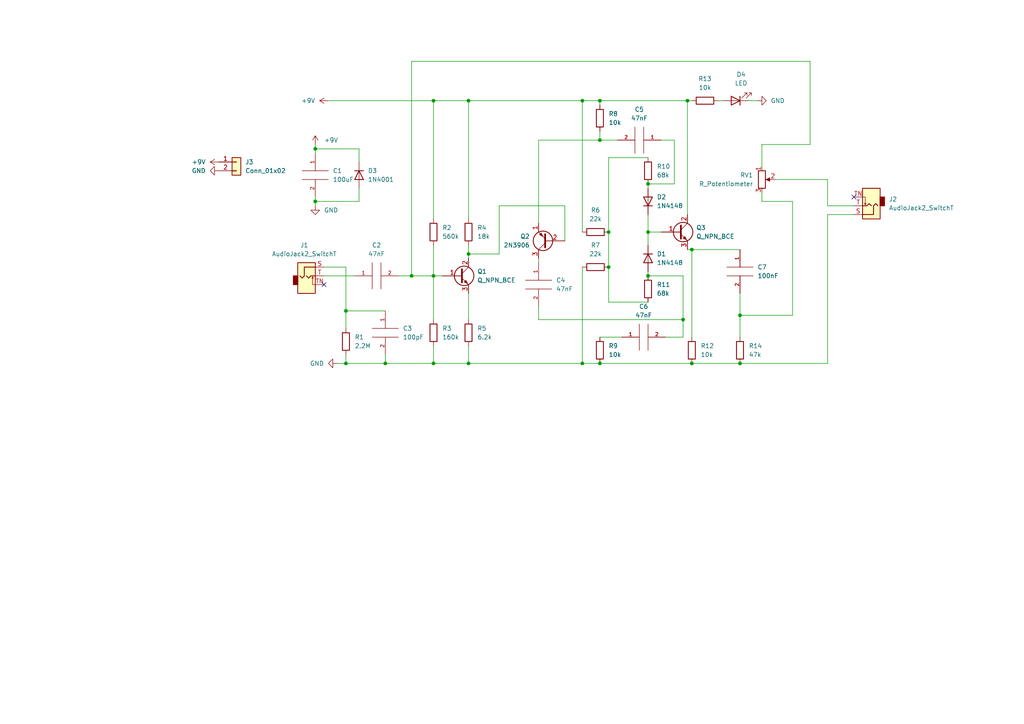
<source format=kicad_sch>
(kicad_sch (version 20211123) (generator eeschema)

  (uuid e63e39d7-6ac0-4ffd-8aa3-1841a4541b55)

  (paper "A4")

  (lib_symbols
    (symbol "Connector:AudioJack2_SwitchT" (in_bom yes) (on_board yes)
      (property "Reference" "J" (id 0) (at 0 8.89 0)
        (effects (font (size 1.27 1.27)))
      )
      (property "Value" "AudioJack2_SwitchT" (id 1) (at 0 6.35 0)
        (effects (font (size 1.27 1.27)))
      )
      (property "Footprint" "" (id 2) (at 0 0 0)
        (effects (font (size 1.27 1.27)) hide)
      )
      (property "Datasheet" "~" (id 3) (at 0 0 0)
        (effects (font (size 1.27 1.27)) hide)
      )
      (property "ki_keywords" "audio jack receptacle mono headphones phone TS connector" (id 4) (at 0 0 0)
        (effects (font (size 1.27 1.27)) hide)
      )
      (property "ki_description" "Audio Jack, 2 Poles (Mono / TS), Switched T Pole (Normalling)" (id 5) (at 0 0 0)
        (effects (font (size 1.27 1.27)) hide)
      )
      (property "ki_fp_filters" "Jack*" (id 6) (at 0 0 0)
        (effects (font (size 1.27 1.27)) hide)
      )
      (symbol "AudioJack2_SwitchT_0_1"
        (rectangle (start -2.54 0) (end -3.81 -2.54)
          (stroke (width 0.254) (type default) (color 0 0 0 0))
          (fill (type outline))
        )
        (polyline
          (pts
            (xy 1.778 -0.254)
            (xy 2.032 -0.762)
          )
          (stroke (width 0) (type default) (color 0 0 0 0))
          (fill (type none))
        )
        (polyline
          (pts
            (xy 0 0)
            (xy 0.635 -0.635)
            (xy 1.27 0)
            (xy 2.54 0)
          )
          (stroke (width 0.254) (type default) (color 0 0 0 0))
          (fill (type none))
        )
        (polyline
          (pts
            (xy 2.54 -2.54)
            (xy 1.778 -2.54)
            (xy 1.778 -0.254)
            (xy 1.524 -0.762)
          )
          (stroke (width 0) (type default) (color 0 0 0 0))
          (fill (type none))
        )
        (polyline
          (pts
            (xy 2.54 2.54)
            (xy -0.635 2.54)
            (xy -0.635 0)
            (xy -1.27 -0.635)
            (xy -1.905 0)
          )
          (stroke (width 0.254) (type default) (color 0 0 0 0))
          (fill (type none))
        )
        (rectangle (start 2.54 3.81) (end -2.54 -5.08)
          (stroke (width 0.254) (type default) (color 0 0 0 0))
          (fill (type background))
        )
      )
      (symbol "AudioJack2_SwitchT_1_1"
        (pin passive line (at 5.08 2.54 180) (length 2.54)
          (name "~" (effects (font (size 1.27 1.27))))
          (number "S" (effects (font (size 1.27 1.27))))
        )
        (pin passive line (at 5.08 0 180) (length 2.54)
          (name "~" (effects (font (size 1.27 1.27))))
          (number "T" (effects (font (size 1.27 1.27))))
        )
        (pin passive line (at 5.08 -2.54 180) (length 2.54)
          (name "~" (effects (font (size 1.27 1.27))))
          (number "TN" (effects (font (size 1.27 1.27))))
        )
      )
    )
    (symbol "Connector_Generic:Conn_01x02" (pin_names (offset 1.016) hide) (in_bom yes) (on_board yes)
      (property "Reference" "J" (id 0) (at 0 2.54 0)
        (effects (font (size 1.27 1.27)))
      )
      (property "Value" "Conn_01x02" (id 1) (at 0 -5.08 0)
        (effects (font (size 1.27 1.27)))
      )
      (property "Footprint" "" (id 2) (at 0 0 0)
        (effects (font (size 1.27 1.27)) hide)
      )
      (property "Datasheet" "~" (id 3) (at 0 0 0)
        (effects (font (size 1.27 1.27)) hide)
      )
      (property "ki_keywords" "connector" (id 4) (at 0 0 0)
        (effects (font (size 1.27 1.27)) hide)
      )
      (property "ki_description" "Generic connector, single row, 01x02, script generated (kicad-library-utils/schlib/autogen/connector/)" (id 5) (at 0 0 0)
        (effects (font (size 1.27 1.27)) hide)
      )
      (property "ki_fp_filters" "Connector*:*_1x??_*" (id 6) (at 0 0 0)
        (effects (font (size 1.27 1.27)) hide)
      )
      (symbol "Conn_01x02_1_1"
        (rectangle (start -1.27 -2.413) (end 0 -2.667)
          (stroke (width 0.1524) (type default) (color 0 0 0 0))
          (fill (type none))
        )
        (rectangle (start -1.27 0.127) (end 0 -0.127)
          (stroke (width 0.1524) (type default) (color 0 0 0 0))
          (fill (type none))
        )
        (rectangle (start -1.27 1.27) (end 1.27 -3.81)
          (stroke (width 0.254) (type default) (color 0 0 0 0))
          (fill (type background))
        )
        (pin passive line (at -5.08 0 0) (length 3.81)
          (name "Pin_1" (effects (font (size 1.27 1.27))))
          (number "1" (effects (font (size 1.27 1.27))))
        )
        (pin passive line (at -5.08 -2.54 0) (length 3.81)
          (name "Pin_2" (effects (font (size 1.27 1.27))))
          (number "2" (effects (font (size 1.27 1.27))))
        )
      )
    )
    (symbol "Device:LED" (pin_numbers hide) (pin_names (offset 1.016) hide) (in_bom yes) (on_board yes)
      (property "Reference" "D" (id 0) (at 0 2.54 0)
        (effects (font (size 1.27 1.27)))
      )
      (property "Value" "LED" (id 1) (at 0 -2.54 0)
        (effects (font (size 1.27 1.27)))
      )
      (property "Footprint" "" (id 2) (at 0 0 0)
        (effects (font (size 1.27 1.27)) hide)
      )
      (property "Datasheet" "~" (id 3) (at 0 0 0)
        (effects (font (size 1.27 1.27)) hide)
      )
      (property "ki_keywords" "LED diode" (id 4) (at 0 0 0)
        (effects (font (size 1.27 1.27)) hide)
      )
      (property "ki_description" "Light emitting diode" (id 5) (at 0 0 0)
        (effects (font (size 1.27 1.27)) hide)
      )
      (property "ki_fp_filters" "LED* LED_SMD:* LED_THT:*" (id 6) (at 0 0 0)
        (effects (font (size 1.27 1.27)) hide)
      )
      (symbol "LED_0_1"
        (polyline
          (pts
            (xy -1.27 -1.27)
            (xy -1.27 1.27)
          )
          (stroke (width 0.254) (type default) (color 0 0 0 0))
          (fill (type none))
        )
        (polyline
          (pts
            (xy -1.27 0)
            (xy 1.27 0)
          )
          (stroke (width 0) (type default) (color 0 0 0 0))
          (fill (type none))
        )
        (polyline
          (pts
            (xy 1.27 -1.27)
            (xy 1.27 1.27)
            (xy -1.27 0)
            (xy 1.27 -1.27)
          )
          (stroke (width 0.254) (type default) (color 0 0 0 0))
          (fill (type none))
        )
        (polyline
          (pts
            (xy -3.048 -0.762)
            (xy -4.572 -2.286)
            (xy -3.81 -2.286)
            (xy -4.572 -2.286)
            (xy -4.572 -1.524)
          )
          (stroke (width 0) (type default) (color 0 0 0 0))
          (fill (type none))
        )
        (polyline
          (pts
            (xy -1.778 -0.762)
            (xy -3.302 -2.286)
            (xy -2.54 -2.286)
            (xy -3.302 -2.286)
            (xy -3.302 -1.524)
          )
          (stroke (width 0) (type default) (color 0 0 0 0))
          (fill (type none))
        )
      )
      (symbol "LED_1_1"
        (pin passive line (at -3.81 0 0) (length 2.54)
          (name "K" (effects (font (size 1.27 1.27))))
          (number "1" (effects (font (size 1.27 1.27))))
        )
        (pin passive line (at 3.81 0 180) (length 2.54)
          (name "A" (effects (font (size 1.27 1.27))))
          (number "2" (effects (font (size 1.27 1.27))))
        )
      )
    )
    (symbol "Device:Q_NPN_BCE" (pin_names (offset 0) hide) (in_bom yes) (on_board yes)
      (property "Reference" "Q" (id 0) (at 5.08 1.27 0)
        (effects (font (size 1.27 1.27)) (justify left))
      )
      (property "Value" "Q_NPN_BCE" (id 1) (at 5.08 -1.27 0)
        (effects (font (size 1.27 1.27)) (justify left))
      )
      (property "Footprint" "" (id 2) (at 5.08 2.54 0)
        (effects (font (size 1.27 1.27)) hide)
      )
      (property "Datasheet" "~" (id 3) (at 0 0 0)
        (effects (font (size 1.27 1.27)) hide)
      )
      (property "ki_keywords" "transistor NPN" (id 4) (at 0 0 0)
        (effects (font (size 1.27 1.27)) hide)
      )
      (property "ki_description" "NPN transistor, base/collector/emitter" (id 5) (at 0 0 0)
        (effects (font (size 1.27 1.27)) hide)
      )
      (symbol "Q_NPN_BCE_0_1"
        (polyline
          (pts
            (xy 0.635 0.635)
            (xy 2.54 2.54)
          )
          (stroke (width 0) (type default) (color 0 0 0 0))
          (fill (type none))
        )
        (polyline
          (pts
            (xy 0.635 -0.635)
            (xy 2.54 -2.54)
            (xy 2.54 -2.54)
          )
          (stroke (width 0) (type default) (color 0 0 0 0))
          (fill (type none))
        )
        (polyline
          (pts
            (xy 0.635 1.905)
            (xy 0.635 -1.905)
            (xy 0.635 -1.905)
          )
          (stroke (width 0.508) (type default) (color 0 0 0 0))
          (fill (type none))
        )
        (polyline
          (pts
            (xy 1.27 -1.778)
            (xy 1.778 -1.27)
            (xy 2.286 -2.286)
            (xy 1.27 -1.778)
            (xy 1.27 -1.778)
          )
          (stroke (width 0) (type default) (color 0 0 0 0))
          (fill (type outline))
        )
        (circle (center 1.27 0) (radius 2.8194)
          (stroke (width 0.254) (type default) (color 0 0 0 0))
          (fill (type none))
        )
      )
      (symbol "Q_NPN_BCE_1_1"
        (pin input line (at -5.08 0 0) (length 5.715)
          (name "B" (effects (font (size 1.27 1.27))))
          (number "1" (effects (font (size 1.27 1.27))))
        )
        (pin passive line (at 2.54 5.08 270) (length 2.54)
          (name "C" (effects (font (size 1.27 1.27))))
          (number "2" (effects (font (size 1.27 1.27))))
        )
        (pin passive line (at 2.54 -5.08 90) (length 2.54)
          (name "E" (effects (font (size 1.27 1.27))))
          (number "3" (effects (font (size 1.27 1.27))))
        )
      )
    )
    (symbol "Device:R" (pin_numbers hide) (pin_names (offset 0)) (in_bom yes) (on_board yes)
      (property "Reference" "R" (id 0) (at 2.032 0 90)
        (effects (font (size 1.27 1.27)))
      )
      (property "Value" "R" (id 1) (at 0 0 90)
        (effects (font (size 1.27 1.27)))
      )
      (property "Footprint" "" (id 2) (at -1.778 0 90)
        (effects (font (size 1.27 1.27)) hide)
      )
      (property "Datasheet" "~" (id 3) (at 0 0 0)
        (effects (font (size 1.27 1.27)) hide)
      )
      (property "ki_keywords" "R res resistor" (id 4) (at 0 0 0)
        (effects (font (size 1.27 1.27)) hide)
      )
      (property "ki_description" "Resistor" (id 5) (at 0 0 0)
        (effects (font (size 1.27 1.27)) hide)
      )
      (property "ki_fp_filters" "R_*" (id 6) (at 0 0 0)
        (effects (font (size 1.27 1.27)) hide)
      )
      (symbol "R_0_1"
        (rectangle (start -1.016 -2.54) (end 1.016 2.54)
          (stroke (width 0.254) (type default) (color 0 0 0 0))
          (fill (type none))
        )
      )
      (symbol "R_1_1"
        (pin passive line (at 0 3.81 270) (length 1.27)
          (name "~" (effects (font (size 1.27 1.27))))
          (number "1" (effects (font (size 1.27 1.27))))
        )
        (pin passive line (at 0 -3.81 90) (length 1.27)
          (name "~" (effects (font (size 1.27 1.27))))
          (number "2" (effects (font (size 1.27 1.27))))
        )
      )
    )
    (symbol "Device:R_Potentiometer" (pin_names (offset 1.016) hide) (in_bom yes) (on_board yes)
      (property "Reference" "RV" (id 0) (at -4.445 0 90)
        (effects (font (size 1.27 1.27)))
      )
      (property "Value" "R_Potentiometer" (id 1) (at -2.54 0 90)
        (effects (font (size 1.27 1.27)))
      )
      (property "Footprint" "" (id 2) (at 0 0 0)
        (effects (font (size 1.27 1.27)) hide)
      )
      (property "Datasheet" "~" (id 3) (at 0 0 0)
        (effects (font (size 1.27 1.27)) hide)
      )
      (property "ki_keywords" "resistor variable" (id 4) (at 0 0 0)
        (effects (font (size 1.27 1.27)) hide)
      )
      (property "ki_description" "Potentiometer" (id 5) (at 0 0 0)
        (effects (font (size 1.27 1.27)) hide)
      )
      (property "ki_fp_filters" "Potentiometer*" (id 6) (at 0 0 0)
        (effects (font (size 1.27 1.27)) hide)
      )
      (symbol "R_Potentiometer_0_1"
        (polyline
          (pts
            (xy 2.54 0)
            (xy 1.524 0)
          )
          (stroke (width 0) (type default) (color 0 0 0 0))
          (fill (type none))
        )
        (polyline
          (pts
            (xy 1.143 0)
            (xy 2.286 0.508)
            (xy 2.286 -0.508)
            (xy 1.143 0)
          )
          (stroke (width 0) (type default) (color 0 0 0 0))
          (fill (type outline))
        )
        (rectangle (start 1.016 2.54) (end -1.016 -2.54)
          (stroke (width 0.254) (type default) (color 0 0 0 0))
          (fill (type none))
        )
      )
      (symbol "R_Potentiometer_1_1"
        (pin passive line (at 0 3.81 270) (length 1.27)
          (name "1" (effects (font (size 1.27 1.27))))
          (number "1" (effects (font (size 1.27 1.27))))
        )
        (pin passive line (at 3.81 0 180) (length 1.27)
          (name "2" (effects (font (size 1.27 1.27))))
          (number "2" (effects (font (size 1.27 1.27))))
        )
        (pin passive line (at 0 -3.81 90) (length 1.27)
          (name "3" (effects (font (size 1.27 1.27))))
          (number "3" (effects (font (size 1.27 1.27))))
        )
      )
    )
    (symbol "Diode:1N4001" (pin_numbers hide) (pin_names (offset 1.016) hide) (in_bom yes) (on_board yes)
      (property "Reference" "D" (id 0) (at 0 2.54 0)
        (effects (font (size 1.27 1.27)))
      )
      (property "Value" "1N4001" (id 1) (at 0 -2.54 0)
        (effects (font (size 1.27 1.27)))
      )
      (property "Footprint" "Diode_THT:D_DO-41_SOD81_P10.16mm_Horizontal" (id 2) (at 0 -4.445 0)
        (effects (font (size 1.27 1.27)) hide)
      )
      (property "Datasheet" "http://www.vishay.com/docs/88503/1n4001.pdf" (id 3) (at 0 0 0)
        (effects (font (size 1.27 1.27)) hide)
      )
      (property "ki_keywords" "diode" (id 4) (at 0 0 0)
        (effects (font (size 1.27 1.27)) hide)
      )
      (property "ki_description" "50V 1A General Purpose Rectifier Diode, DO-41" (id 5) (at 0 0 0)
        (effects (font (size 1.27 1.27)) hide)
      )
      (property "ki_fp_filters" "D*DO?41*" (id 6) (at 0 0 0)
        (effects (font (size 1.27 1.27)) hide)
      )
      (symbol "1N4001_0_1"
        (polyline
          (pts
            (xy -1.27 1.27)
            (xy -1.27 -1.27)
          )
          (stroke (width 0.254) (type default) (color 0 0 0 0))
          (fill (type none))
        )
        (polyline
          (pts
            (xy 1.27 0)
            (xy -1.27 0)
          )
          (stroke (width 0) (type default) (color 0 0 0 0))
          (fill (type none))
        )
        (polyline
          (pts
            (xy 1.27 1.27)
            (xy 1.27 -1.27)
            (xy -1.27 0)
            (xy 1.27 1.27)
          )
          (stroke (width 0.254) (type default) (color 0 0 0 0))
          (fill (type none))
        )
      )
      (symbol "1N4001_1_1"
        (pin passive line (at -3.81 0 0) (length 2.54)
          (name "K" (effects (font (size 1.27 1.27))))
          (number "1" (effects (font (size 1.27 1.27))))
        )
        (pin passive line (at 3.81 0 180) (length 2.54)
          (name "A" (effects (font (size 1.27 1.27))))
          (number "2" (effects (font (size 1.27 1.27))))
        )
      )
    )
    (symbol "Diode:1N4148" (pin_numbers hide) (pin_names (offset 1.016) hide) (in_bom yes) (on_board yes)
      (property "Reference" "D" (id 0) (at 0 2.54 0)
        (effects (font (size 1.27 1.27)))
      )
      (property "Value" "1N4148" (id 1) (at 0 -2.54 0)
        (effects (font (size 1.27 1.27)))
      )
      (property "Footprint" "Diode_THT:D_DO-35_SOD27_P7.62mm_Horizontal" (id 2) (at 0 -4.445 0)
        (effects (font (size 1.27 1.27)) hide)
      )
      (property "Datasheet" "https://assets.nexperia.com/documents/data-sheet/1N4148_1N4448.pdf" (id 3) (at 0 0 0)
        (effects (font (size 1.27 1.27)) hide)
      )
      (property "ki_keywords" "diode" (id 4) (at 0 0 0)
        (effects (font (size 1.27 1.27)) hide)
      )
      (property "ki_description" "100V 0.15A standard switching diode, DO-35" (id 5) (at 0 0 0)
        (effects (font (size 1.27 1.27)) hide)
      )
      (property "ki_fp_filters" "D*DO?35*" (id 6) (at 0 0 0)
        (effects (font (size 1.27 1.27)) hide)
      )
      (symbol "1N4148_0_1"
        (polyline
          (pts
            (xy -1.27 1.27)
            (xy -1.27 -1.27)
          )
          (stroke (width 0.254) (type default) (color 0 0 0 0))
          (fill (type none))
        )
        (polyline
          (pts
            (xy 1.27 0)
            (xy -1.27 0)
          )
          (stroke (width 0) (type default) (color 0 0 0 0))
          (fill (type none))
        )
        (polyline
          (pts
            (xy 1.27 1.27)
            (xy 1.27 -1.27)
            (xy -1.27 0)
            (xy 1.27 1.27)
          )
          (stroke (width 0.254) (type default) (color 0 0 0 0))
          (fill (type none))
        )
      )
      (symbol "1N4148_1_1"
        (pin passive line (at -3.81 0 0) (length 2.54)
          (name "K" (effects (font (size 1.27 1.27))))
          (number "1" (effects (font (size 1.27 1.27))))
        )
        (pin passive line (at 3.81 0 180) (length 2.54)
          (name "A" (effects (font (size 1.27 1.27))))
          (number "2" (effects (font (size 1.27 1.27))))
        )
      )
    )
    (symbol "Transistor_BJT:2N3906" (pin_names (offset 0) hide) (in_bom yes) (on_board yes)
      (property "Reference" "Q" (id 0) (at 5.08 1.905 0)
        (effects (font (size 1.27 1.27)) (justify left))
      )
      (property "Value" "2N3906" (id 1) (at 5.08 0 0)
        (effects (font (size 1.27 1.27)) (justify left))
      )
      (property "Footprint" "Package_TO_SOT_THT:TO-92_Inline" (id 2) (at 5.08 -1.905 0)
        (effects (font (size 1.27 1.27) italic) (justify left) hide)
      )
      (property "Datasheet" "https://www.onsemi.com/pub/Collateral/2N3906-D.PDF" (id 3) (at 0 0 0)
        (effects (font (size 1.27 1.27)) (justify left) hide)
      )
      (property "ki_keywords" "PNP Transistor" (id 4) (at 0 0 0)
        (effects (font (size 1.27 1.27)) hide)
      )
      (property "ki_description" "-0.2A Ic, -40V Vce, Small Signal PNP Transistor, TO-92" (id 5) (at 0 0 0)
        (effects (font (size 1.27 1.27)) hide)
      )
      (property "ki_fp_filters" "TO?92*" (id 6) (at 0 0 0)
        (effects (font (size 1.27 1.27)) hide)
      )
      (symbol "2N3906_0_1"
        (polyline
          (pts
            (xy 0.635 0.635)
            (xy 2.54 2.54)
          )
          (stroke (width 0) (type default) (color 0 0 0 0))
          (fill (type none))
        )
        (polyline
          (pts
            (xy 0.635 -0.635)
            (xy 2.54 -2.54)
            (xy 2.54 -2.54)
          )
          (stroke (width 0) (type default) (color 0 0 0 0))
          (fill (type none))
        )
        (polyline
          (pts
            (xy 0.635 1.905)
            (xy 0.635 -1.905)
            (xy 0.635 -1.905)
          )
          (stroke (width 0.508) (type default) (color 0 0 0 0))
          (fill (type none))
        )
        (polyline
          (pts
            (xy 2.286 -1.778)
            (xy 1.778 -2.286)
            (xy 1.27 -1.27)
            (xy 2.286 -1.778)
            (xy 2.286 -1.778)
          )
          (stroke (width 0) (type default) (color 0 0 0 0))
          (fill (type outline))
        )
        (circle (center 1.27 0) (radius 2.8194)
          (stroke (width 0.254) (type default) (color 0 0 0 0))
          (fill (type none))
        )
      )
      (symbol "2N3906_1_1"
        (pin passive line (at 2.54 -5.08 90) (length 2.54)
          (name "E" (effects (font (size 1.27 1.27))))
          (number "1" (effects (font (size 1.27 1.27))))
        )
        (pin input line (at -5.08 0 0) (length 5.715)
          (name "B" (effects (font (size 1.27 1.27))))
          (number "2" (effects (font (size 1.27 1.27))))
        )
        (pin passive line (at 2.54 5.08 270) (length 2.54)
          (name "C" (effects (font (size 1.27 1.27))))
          (number "3" (effects (font (size 1.27 1.27))))
        )
      )
    )
    (symbol "power:+9V" (power) (pin_names (offset 0)) (in_bom yes) (on_board yes)
      (property "Reference" "#PWR" (id 0) (at 0 -3.81 0)
        (effects (font (size 1.27 1.27)) hide)
      )
      (property "Value" "+9V" (id 1) (at 0 3.556 0)
        (effects (font (size 1.27 1.27)))
      )
      (property "Footprint" "" (id 2) (at 0 0 0)
        (effects (font (size 1.27 1.27)) hide)
      )
      (property "Datasheet" "" (id 3) (at 0 0 0)
        (effects (font (size 1.27 1.27)) hide)
      )
      (property "ki_keywords" "power-flag" (id 4) (at 0 0 0)
        (effects (font (size 1.27 1.27)) hide)
      )
      (property "ki_description" "Power symbol creates a global label with name \"+9V\"" (id 5) (at 0 0 0)
        (effects (font (size 1.27 1.27)) hide)
      )
      (symbol "+9V_0_1"
        (polyline
          (pts
            (xy -0.762 1.27)
            (xy 0 2.54)
          )
          (stroke (width 0) (type default) (color 0 0 0 0))
          (fill (type none))
        )
        (polyline
          (pts
            (xy 0 0)
            (xy 0 2.54)
          )
          (stroke (width 0) (type default) (color 0 0 0 0))
          (fill (type none))
        )
        (polyline
          (pts
            (xy 0 2.54)
            (xy 0.762 1.27)
          )
          (stroke (width 0) (type default) (color 0 0 0 0))
          (fill (type none))
        )
      )
      (symbol "+9V_1_1"
        (pin power_in line (at 0 0 90) (length 0) hide
          (name "+9V" (effects (font (size 1.27 1.27))))
          (number "1" (effects (font (size 1.27 1.27))))
        )
      )
    )
    (symbol "power:GND" (power) (pin_names (offset 0)) (in_bom yes) (on_board yes)
      (property "Reference" "#PWR" (id 0) (at 0 -6.35 0)
        (effects (font (size 1.27 1.27)) hide)
      )
      (property "Value" "GND" (id 1) (at 0 -3.81 0)
        (effects (font (size 1.27 1.27)))
      )
      (property "Footprint" "" (id 2) (at 0 0 0)
        (effects (font (size 1.27 1.27)) hide)
      )
      (property "Datasheet" "" (id 3) (at 0 0 0)
        (effects (font (size 1.27 1.27)) hide)
      )
      (property "ki_keywords" "power-flag" (id 4) (at 0 0 0)
        (effects (font (size 1.27 1.27)) hide)
      )
      (property "ki_description" "Power symbol creates a global label with name \"GND\" , ground" (id 5) (at 0 0 0)
        (effects (font (size 1.27 1.27)) hide)
      )
      (symbol "GND_0_1"
        (polyline
          (pts
            (xy 0 0)
            (xy 0 -1.27)
            (xy 1.27 -1.27)
            (xy 0 -2.54)
            (xy -1.27 -1.27)
            (xy 0 -1.27)
          )
          (stroke (width 0) (type default) (color 0 0 0 0))
          (fill (type none))
        )
      )
      (symbol "GND_1_1"
        (pin power_in line (at 0 0 270) (length 0) hide
          (name "GND" (effects (font (size 1.27 1.27))))
          (number "1" (effects (font (size 1.27 1.27))))
        )
      )
    )
    (symbol "pspice:C" (pin_names (offset 0.254)) (in_bom yes) (on_board yes)
      (property "Reference" "C" (id 0) (at 2.54 3.81 90)
        (effects (font (size 1.27 1.27)))
      )
      (property "Value" "C" (id 1) (at 2.54 -3.81 90)
        (effects (font (size 1.27 1.27)))
      )
      (property "Footprint" "" (id 2) (at 0 0 0)
        (effects (font (size 1.27 1.27)) hide)
      )
      (property "Datasheet" "~" (id 3) (at 0 0 0)
        (effects (font (size 1.27 1.27)) hide)
      )
      (property "ki_keywords" "simulation" (id 4) (at 0 0 0)
        (effects (font (size 1.27 1.27)) hide)
      )
      (property "ki_description" "Capacitor symbol for simulation only" (id 5) (at 0 0 0)
        (effects (font (size 1.27 1.27)) hide)
      )
      (symbol "C_0_1"
        (polyline
          (pts
            (xy -3.81 -1.27)
            (xy 3.81 -1.27)
          )
          (stroke (width 0) (type default) (color 0 0 0 0))
          (fill (type none))
        )
        (polyline
          (pts
            (xy -3.81 1.27)
            (xy 3.81 1.27)
          )
          (stroke (width 0) (type default) (color 0 0 0 0))
          (fill (type none))
        )
      )
      (symbol "C_1_1"
        (pin passive line (at 0 6.35 270) (length 5.08)
          (name "~" (effects (font (size 1.016 1.016))))
          (number "1" (effects (font (size 1.016 1.016))))
        )
        (pin passive line (at 0 -6.35 90) (length 5.08)
          (name "~" (effects (font (size 1.016 1.016))))
          (number "2" (effects (font (size 1.016 1.016))))
        )
      )
    )
  )

  (junction (at 125.73 105.41) (diameter 0) (color 0 0 0 0)
    (uuid 006d2fc6-dd87-431c-a3f0-831e79ec17a4)
  )
  (junction (at 111.76 105.41) (diameter 0) (color 0 0 0 0)
    (uuid 155e3c45-96b6-4ddd-bc72-1e91b1dc1320)
  )
  (junction (at 187.96 80.01) (diameter 0) (color 0 0 0 0)
    (uuid 1a546000-1612-44e0-827d-fe474bd0140d)
  )
  (junction (at 91.44 58.42) (diameter 0) (color 0 0 0 0)
    (uuid 1b7fea61-c58d-4ea1-814b-78fcdcaa794e)
  )
  (junction (at 214.63 91.44) (diameter 0) (color 0 0 0 0)
    (uuid 31679f64-75b2-492f-b458-917f5b825b8d)
  )
  (junction (at 125.73 29.21) (diameter 0) (color 0 0 0 0)
    (uuid 386bb06d-ee3e-47a0-b7c5-911047987103)
  )
  (junction (at 135.89 73.66) (diameter 0) (color 0 0 0 0)
    (uuid 3defab8b-35fc-42f7-8ef1-9624599b6095)
  )
  (junction (at 198.12 92.71) (diameter 0) (color 0 0 0 0)
    (uuid 46ad684f-0062-4bbe-8bf0-ee46abf42390)
  )
  (junction (at 176.53 77.47) (diameter 0) (color 0 0 0 0)
    (uuid 4703ae06-c1ae-42f8-9911-45cf66960e29)
  )
  (junction (at 119.38 80.01) (diameter 0) (color 0 0 0 0)
    (uuid 497f72be-3f5b-4ab5-959f-e37030f20eb9)
  )
  (junction (at 173.99 105.41) (diameter 0) (color 0 0 0 0)
    (uuid 57930188-ff0f-4253-baf6-4c74e7720f1a)
  )
  (junction (at 91.44 43.18) (diameter 0) (color 0 0 0 0)
    (uuid 6c491fff-3480-4a3e-922c-c8fa393ad2a8)
  )
  (junction (at 168.91 29.21) (diameter 0) (color 0 0 0 0)
    (uuid 78fed138-17e3-4b89-9a39-8fb7a036239c)
  )
  (junction (at 135.89 105.41) (diameter 0) (color 0 0 0 0)
    (uuid 7bcff79d-0d60-437e-af43-893c56be608a)
  )
  (junction (at 200.66 105.41) (diameter 0) (color 0 0 0 0)
    (uuid 9c535b5b-0682-4186-a2b9-8c410e9c5b7f)
  )
  (junction (at 199.39 29.21) (diameter 0) (color 0 0 0 0)
    (uuid 9cb9db8c-1772-4871-812c-b14a0873fd65)
  )
  (junction (at 187.96 53.34) (diameter 0) (color 0 0 0 0)
    (uuid 9fe04793-3091-4733-963c-46d3aa4ba0e4)
  )
  (junction (at 100.33 90.17) (diameter 0) (color 0 0 0 0)
    (uuid a41339bc-e9d3-414a-be04-078453ceb71d)
  )
  (junction (at 200.66 72.39) (diameter 0) (color 0 0 0 0)
    (uuid a6ab2ff6-a298-4d11-a7cf-6da16dc60438)
  )
  (junction (at 125.73 80.01) (diameter 0) (color 0 0 0 0)
    (uuid aa492b7d-1390-4f6a-b623-8ff8bcdcba5c)
  )
  (junction (at 173.99 40.64) (diameter 0) (color 0 0 0 0)
    (uuid b554d172-9cde-4d37-a55f-72ba0d57ef82)
  )
  (junction (at 187.96 67.31) (diameter 0) (color 0 0 0 0)
    (uuid b824ec6f-e1c8-4385-a656-fb147a5415c8)
  )
  (junction (at 168.91 105.41) (diameter 0) (color 0 0 0 0)
    (uuid ba055779-b1fe-4c52-b27a-824476dbd845)
  )
  (junction (at 135.89 29.21) (diameter 0) (color 0 0 0 0)
    (uuid c2bd8177-8c17-4c1e-9757-86a5545eb3d4)
  )
  (junction (at 214.63 105.41) (diameter 0) (color 0 0 0 0)
    (uuid c871d2d0-9260-4f20-ae6e-852451887239)
  )
  (junction (at 176.53 67.31) (diameter 0) (color 0 0 0 0)
    (uuid dd8591a9-f95d-44fa-956a-270d7fe2099f)
  )
  (junction (at 173.99 29.21) (diameter 0) (color 0 0 0 0)
    (uuid e05802bd-8b4d-4bc1-9fb0-977693c0588f)
  )
  (junction (at 100.33 105.41) (diameter 0) (color 0 0 0 0)
    (uuid e4bb866c-0f85-4a53-801a-531cdc066235)
  )

  (no_connect (at 93.98 82.55) (uuid 7d79c64e-1a80-422f-a5d7-512972ba145d))
  (no_connect (at 247.65 57.15) (uuid 7d79c64e-1a80-422f-a5d7-512972ba145d))

  (wire (pts (xy 156.21 88.9) (xy 156.21 92.71))
    (stroke (width 0) (type default) (color 0 0 0 0))
    (uuid 01c154d0-cd9a-49c8-a91b-6c21a1eff75a)
  )
  (wire (pts (xy 168.91 77.47) (xy 168.91 105.41))
    (stroke (width 0) (type default) (color 0 0 0 0))
    (uuid 01e97b64-3f6f-4b06-a643-57663da24139)
  )
  (wire (pts (xy 104.14 43.18) (xy 91.44 43.18))
    (stroke (width 0) (type default) (color 0 0 0 0))
    (uuid 03ef99fc-1f32-43b9-b05d-e79dd09bb3b9)
  )
  (wire (pts (xy 240.03 52.07) (xy 240.03 59.69))
    (stroke (width 0) (type default) (color 0 0 0 0))
    (uuid 05df4453-83ab-4ea6-b0b9-5a079f443fda)
  )
  (wire (pts (xy 240.03 59.69) (xy 247.65 59.69))
    (stroke (width 0) (type default) (color 0 0 0 0))
    (uuid 08c18aee-f584-4920-8a22-5e3f6b1e9d66)
  )
  (wire (pts (xy 200.66 105.41) (xy 214.63 105.41))
    (stroke (width 0) (type default) (color 0 0 0 0))
    (uuid 091e6ec8-fc03-4aec-8643-c924a25f364a)
  )
  (wire (pts (xy 234.95 17.78) (xy 234.95 41.91))
    (stroke (width 0) (type default) (color 0 0 0 0))
    (uuid 0a6162dc-ea62-4fc2-8bdd-406ed3907a97)
  )
  (wire (pts (xy 176.53 45.72) (xy 176.53 67.31))
    (stroke (width 0) (type default) (color 0 0 0 0))
    (uuid 0ac7b9f5-e0da-499b-aa92-f05e07f35170)
  )
  (wire (pts (xy 187.96 62.23) (xy 187.96 67.31))
    (stroke (width 0) (type default) (color 0 0 0 0))
    (uuid 0c3fd3c0-f526-4210-95b1-f626f23c578e)
  )
  (wire (pts (xy 176.53 67.31) (xy 176.53 77.47))
    (stroke (width 0) (type default) (color 0 0 0 0))
    (uuid 0e85c891-ce51-4467-b285-aecceba1d2a8)
  )
  (wire (pts (xy 119.38 17.78) (xy 234.95 17.78))
    (stroke (width 0) (type default) (color 0 0 0 0))
    (uuid 10743d94-1510-43b4-a186-043d16ab8683)
  )
  (wire (pts (xy 199.39 29.21) (xy 199.39 62.23))
    (stroke (width 0) (type default) (color 0 0 0 0))
    (uuid 110ccefa-5d29-4103-b6e5-17146ef5c149)
  )
  (wire (pts (xy 135.89 29.21) (xy 135.89 63.5))
    (stroke (width 0) (type default) (color 0 0 0 0))
    (uuid 1f0a3431-8e61-460e-9f3c-00118365bdaa)
  )
  (wire (pts (xy 97.79 105.41) (xy 100.33 105.41))
    (stroke (width 0) (type default) (color 0 0 0 0))
    (uuid 21730874-42cb-491f-8a27-2eef726958df)
  )
  (wire (pts (xy 229.87 58.42) (xy 229.87 91.44))
    (stroke (width 0) (type default) (color 0 0 0 0))
    (uuid 21b1fb95-dc4e-4ca6-bdc7-c0fea48e15c3)
  )
  (wire (pts (xy 93.98 80.01) (xy 102.87 80.01))
    (stroke (width 0) (type default) (color 0 0 0 0))
    (uuid 27c3a57d-158c-409d-bda5-272953ee7c30)
  )
  (wire (pts (xy 176.53 77.47) (xy 176.53 87.63))
    (stroke (width 0) (type default) (color 0 0 0 0))
    (uuid 27c7796b-7869-480b-ae83-f43269adc13b)
  )
  (wire (pts (xy 104.14 43.18) (xy 104.14 46.99))
    (stroke (width 0) (type default) (color 0 0 0 0))
    (uuid 2e477020-f259-472a-9819-70c795150917)
  )
  (wire (pts (xy 200.66 97.79) (xy 200.66 72.39))
    (stroke (width 0) (type default) (color 0 0 0 0))
    (uuid 34d99aea-2967-42f1-bfa0-b04ede529b7d)
  )
  (wire (pts (xy 195.58 40.64) (xy 191.77 40.64))
    (stroke (width 0) (type default) (color 0 0 0 0))
    (uuid 35c2cd69-9b52-4f41-8e19-635052d588ac)
  )
  (wire (pts (xy 135.89 74.93) (xy 135.89 73.66))
    (stroke (width 0) (type default) (color 0 0 0 0))
    (uuid 39ea8942-9876-43bf-aacf-236b60323d63)
  )
  (wire (pts (xy 173.99 29.21) (xy 168.91 29.21))
    (stroke (width 0) (type default) (color 0 0 0 0))
    (uuid 3d1bf410-3783-4c94-8093-ae0f0e1b83a8)
  )
  (wire (pts (xy 200.66 72.39) (xy 199.39 72.39))
    (stroke (width 0) (type default) (color 0 0 0 0))
    (uuid 4180c687-d4f0-46af-8c1e-037bf248946f)
  )
  (wire (pts (xy 224.79 52.07) (xy 240.03 52.07))
    (stroke (width 0) (type default) (color 0 0 0 0))
    (uuid 41843280-8d74-4d0f-980e-f07a45ce8c36)
  )
  (wire (pts (xy 187.96 53.34) (xy 195.58 53.34))
    (stroke (width 0) (type default) (color 0 0 0 0))
    (uuid 4196da58-8fc0-4a71-859f-11850f97c671)
  )
  (wire (pts (xy 125.73 29.21) (xy 125.73 63.5))
    (stroke (width 0) (type default) (color 0 0 0 0))
    (uuid 41c8d6cb-407f-4f2b-b750-c74ed883fd85)
  )
  (wire (pts (xy 125.73 105.41) (xy 135.89 105.41))
    (stroke (width 0) (type default) (color 0 0 0 0))
    (uuid 42cb5c40-965f-4a3c-95f1-c73b6683a9e5)
  )
  (wire (pts (xy 156.21 74.93) (xy 156.21 76.2))
    (stroke (width 0) (type default) (color 0 0 0 0))
    (uuid 443fea4a-f280-46e2-92aa-d33b5f5a986b)
  )
  (wire (pts (xy 144.78 59.69) (xy 144.78 73.66))
    (stroke (width 0) (type default) (color 0 0 0 0))
    (uuid 4639a30c-5241-49d5-903b-379732e17107)
  )
  (wire (pts (xy 229.87 58.42) (xy 220.98 58.42))
    (stroke (width 0) (type default) (color 0 0 0 0))
    (uuid 48f5ce24-b972-4983-bd4e-dd40f261c399)
  )
  (wire (pts (xy 163.83 69.85) (xy 163.83 59.69))
    (stroke (width 0) (type default) (color 0 0 0 0))
    (uuid 4917ce83-e095-491f-ada9-ed09f431203e)
  )
  (wire (pts (xy 220.98 58.42) (xy 220.98 55.88))
    (stroke (width 0) (type default) (color 0 0 0 0))
    (uuid 4b303144-785d-4f57-ba75-65f3716596f5)
  )
  (wire (pts (xy 119.38 80.01) (xy 119.38 17.78))
    (stroke (width 0) (type default) (color 0 0 0 0))
    (uuid 4b7116f2-b82a-4818-9e44-4a2908c99ea0)
  )
  (wire (pts (xy 100.33 102.87) (xy 100.33 105.41))
    (stroke (width 0) (type default) (color 0 0 0 0))
    (uuid 4de64ef1-2749-48de-9bea-6d8051b27143)
  )
  (wire (pts (xy 125.73 92.71) (xy 125.73 80.01))
    (stroke (width 0) (type default) (color 0 0 0 0))
    (uuid 4e56398d-c0ae-4954-83c1-88f6482e6676)
  )
  (wire (pts (xy 91.44 58.42) (xy 91.44 57.15))
    (stroke (width 0) (type default) (color 0 0 0 0))
    (uuid 55726013-65ce-4071-90bc-ceb64898b1a5)
  )
  (wire (pts (xy 217.17 29.21) (xy 219.71 29.21))
    (stroke (width 0) (type default) (color 0 0 0 0))
    (uuid 563a8f3e-4950-4968-a633-0e884db0035b)
  )
  (wire (pts (xy 125.73 29.21) (xy 95.25 29.21))
    (stroke (width 0) (type default) (color 0 0 0 0))
    (uuid 5b63ea2e-8415-4105-a0d8-18c1fe5b9257)
  )
  (wire (pts (xy 156.21 92.71) (xy 198.12 92.71))
    (stroke (width 0) (type default) (color 0 0 0 0))
    (uuid 5ec254ff-dfdf-4f20-9284-4dbb6d1acef9)
  )
  (wire (pts (xy 104.14 58.42) (xy 104.14 54.61))
    (stroke (width 0) (type default) (color 0 0 0 0))
    (uuid 6142a04b-d1b6-45b5-afb5-a20249c7a5c2)
  )
  (wire (pts (xy 91.44 41.91) (xy 91.44 43.18))
    (stroke (width 0) (type default) (color 0 0 0 0))
    (uuid 62cd29e9-439e-4a6a-abe9-066965697ce1)
  )
  (wire (pts (xy 247.65 62.23) (xy 240.03 62.23))
    (stroke (width 0) (type default) (color 0 0 0 0))
    (uuid 65dcf4bb-21e5-42a7-8862-c40de4919177)
  )
  (wire (pts (xy 111.76 90.17) (xy 100.33 90.17))
    (stroke (width 0) (type default) (color 0 0 0 0))
    (uuid 677563e8-f1f9-4cc8-a3fe-ba087f48d2a8)
  )
  (wire (pts (xy 91.44 58.42) (xy 104.14 58.42))
    (stroke (width 0) (type default) (color 0 0 0 0))
    (uuid 67a2e275-0bb0-4e02-8af7-25d3dae20619)
  )
  (wire (pts (xy 168.91 29.21) (xy 135.89 29.21))
    (stroke (width 0) (type default) (color 0 0 0 0))
    (uuid 6ad854d4-7c3a-4047-a89b-0371acb9f874)
  )
  (wire (pts (xy 168.91 29.21) (xy 168.91 67.31))
    (stroke (width 0) (type default) (color 0 0 0 0))
    (uuid 6b8dbf87-9a73-4b69-ad34-a26ea7b2ac1b)
  )
  (wire (pts (xy 168.91 105.41) (xy 173.99 105.41))
    (stroke (width 0) (type default) (color 0 0 0 0))
    (uuid 6c529ded-714b-4660-af17-97ba4062ee43)
  )
  (wire (pts (xy 91.44 59.69) (xy 91.44 58.42))
    (stroke (width 0) (type default) (color 0 0 0 0))
    (uuid 6dbd5263-3da5-415d-9090-197a163d748a)
  )
  (wire (pts (xy 125.73 80.01) (xy 128.27 80.01))
    (stroke (width 0) (type default) (color 0 0 0 0))
    (uuid 6ec65926-3e31-4573-ad07-14b53dbb88c0)
  )
  (wire (pts (xy 135.89 105.41) (xy 168.91 105.41))
    (stroke (width 0) (type default) (color 0 0 0 0))
    (uuid 71825597-0fc4-4a5a-9b2c-21f23ecdaa7d)
  )
  (wire (pts (xy 234.95 41.91) (xy 220.98 41.91))
    (stroke (width 0) (type default) (color 0 0 0 0))
    (uuid 718633ec-853e-4397-b46c-925f2538f26b)
  )
  (wire (pts (xy 240.03 62.23) (xy 240.03 105.41))
    (stroke (width 0) (type default) (color 0 0 0 0))
    (uuid 7557bf68-da85-421b-90f0-b629808876dc)
  )
  (wire (pts (xy 173.99 40.64) (xy 179.07 40.64))
    (stroke (width 0) (type default) (color 0 0 0 0))
    (uuid 7c9e9d6d-b721-4693-83e0-05066ffeb279)
  )
  (wire (pts (xy 135.89 85.09) (xy 135.89 92.71))
    (stroke (width 0) (type default) (color 0 0 0 0))
    (uuid 7fea0b35-3968-482a-b364-5ba9325e0560)
  )
  (wire (pts (xy 240.03 105.41) (xy 214.63 105.41))
    (stroke (width 0) (type default) (color 0 0 0 0))
    (uuid 851ed63b-908d-45b9-8541-03891fae7115)
  )
  (wire (pts (xy 119.38 80.01) (xy 125.73 80.01))
    (stroke (width 0) (type default) (color 0 0 0 0))
    (uuid 89427101-db2a-4dbe-b3be-a0baba3803a0)
  )
  (wire (pts (xy 111.76 105.41) (xy 125.73 105.41))
    (stroke (width 0) (type default) (color 0 0 0 0))
    (uuid 8b4bb409-3a56-499d-922e-07abef1ccb91)
  )
  (wire (pts (xy 176.53 87.63) (xy 187.96 87.63))
    (stroke (width 0) (type default) (color 0 0 0 0))
    (uuid 8d890bf2-cca8-47e8-9d01-4d82132aa80b)
  )
  (wire (pts (xy 173.99 29.21) (xy 173.99 30.48))
    (stroke (width 0) (type default) (color 0 0 0 0))
    (uuid 90de5270-7b34-4e07-b5ea-3682a420d763)
  )
  (wire (pts (xy 156.21 64.77) (xy 156.21 40.64))
    (stroke (width 0) (type default) (color 0 0 0 0))
    (uuid 927b4bb4-2d37-4c26-8765-71ab66cdc476)
  )
  (wire (pts (xy 195.58 53.34) (xy 195.58 40.64))
    (stroke (width 0) (type default) (color 0 0 0 0))
    (uuid 94300bcf-a99d-4dad-bde7-6ad240edaea4)
  )
  (wire (pts (xy 229.87 91.44) (xy 214.63 91.44))
    (stroke (width 0) (type default) (color 0 0 0 0))
    (uuid 990c96ff-ce73-470e-a7c0-ebab83f17880)
  )
  (wire (pts (xy 208.28 29.21) (xy 209.55 29.21))
    (stroke (width 0) (type default) (color 0 0 0 0))
    (uuid 9b95bd56-84b3-43b2-830b-dc0f43c4d9ae)
  )
  (wire (pts (xy 100.33 77.47) (xy 100.33 90.17))
    (stroke (width 0) (type default) (color 0 0 0 0))
    (uuid a262b121-ab45-471f-9fc7-c6124ce733eb)
  )
  (wire (pts (xy 220.98 41.91) (xy 220.98 48.26))
    (stroke (width 0) (type default) (color 0 0 0 0))
    (uuid a8877bfa-cb8b-4808-b0f4-f3e4c3c929d5)
  )
  (wire (pts (xy 173.99 97.79) (xy 180.34 97.79))
    (stroke (width 0) (type default) (color 0 0 0 0))
    (uuid aa5f4d7f-2bce-4c11-805a-fb424c74f56c)
  )
  (wire (pts (xy 198.12 92.71) (xy 198.12 80.01))
    (stroke (width 0) (type default) (color 0 0 0 0))
    (uuid aaf02d4c-a41b-4691-8a17-bc3a07521be3)
  )
  (wire (pts (xy 144.78 73.66) (xy 135.89 73.66))
    (stroke (width 0) (type default) (color 0 0 0 0))
    (uuid aef7489c-83b0-4d28-a3b0-7fdef41ba86c)
  )
  (wire (pts (xy 163.83 59.69) (xy 144.78 59.69))
    (stroke (width 0) (type default) (color 0 0 0 0))
    (uuid b10d65eb-e49d-4bfc-a8b8-41d719f0a65d)
  )
  (wire (pts (xy 100.33 90.17) (xy 100.33 95.25))
    (stroke (width 0) (type default) (color 0 0 0 0))
    (uuid b31b7fe8-f8dd-4bbb-8c6e-7a77b9472539)
  )
  (wire (pts (xy 198.12 97.79) (xy 198.12 92.71))
    (stroke (width 0) (type default) (color 0 0 0 0))
    (uuid ba149b41-d854-4f82-8b30-97511c4dfe2a)
  )
  (wire (pts (xy 125.73 80.01) (xy 125.73 71.12))
    (stroke (width 0) (type default) (color 0 0 0 0))
    (uuid baeecaba-66b2-41ef-a716-a626d7df67ab)
  )
  (wire (pts (xy 135.89 73.66) (xy 135.89 71.12))
    (stroke (width 0) (type default) (color 0 0 0 0))
    (uuid bb82d6e8-09e7-4337-a2a1-31d07ab51fc4)
  )
  (wire (pts (xy 187.96 80.01) (xy 187.96 78.74))
    (stroke (width 0) (type default) (color 0 0 0 0))
    (uuid bcd76915-4fa2-4a13-a92f-c1cd3f459d6c)
  )
  (wire (pts (xy 176.53 45.72) (xy 187.96 45.72))
    (stroke (width 0) (type default) (color 0 0 0 0))
    (uuid c0b04c47-1586-4327-82b1-6004f7ff64c0)
  )
  (wire (pts (xy 173.99 105.41) (xy 200.66 105.41))
    (stroke (width 0) (type default) (color 0 0 0 0))
    (uuid c205457e-b408-4469-b2c8-32a026aaa684)
  )
  (wire (pts (xy 200.66 29.21) (xy 199.39 29.21))
    (stroke (width 0) (type default) (color 0 0 0 0))
    (uuid c37444e5-f808-4f1a-99c0-8e9f43abc8d4)
  )
  (wire (pts (xy 214.63 72.39) (xy 200.66 72.39))
    (stroke (width 0) (type default) (color 0 0 0 0))
    (uuid cb8d6ba7-9e76-480d-a654-93e8b1ca7dbc)
  )
  (wire (pts (xy 187.96 53.34) (xy 187.96 54.61))
    (stroke (width 0) (type default) (color 0 0 0 0))
    (uuid ce8ccecf-d37b-43bc-87e6-fb4df66735d3)
  )
  (wire (pts (xy 100.33 105.41) (xy 111.76 105.41))
    (stroke (width 0) (type default) (color 0 0 0 0))
    (uuid d0fb724e-3c90-4070-8599-b2be528e4ab6)
  )
  (wire (pts (xy 187.96 71.12) (xy 187.96 67.31))
    (stroke (width 0) (type default) (color 0 0 0 0))
    (uuid d7007eb8-25c1-4d2b-9ea6-3a41e5236003)
  )
  (wire (pts (xy 111.76 102.87) (xy 111.76 105.41))
    (stroke (width 0) (type default) (color 0 0 0 0))
    (uuid d739941b-5054-49f5-907a-bd81ce805bd0)
  )
  (wire (pts (xy 125.73 100.33) (xy 125.73 105.41))
    (stroke (width 0) (type default) (color 0 0 0 0))
    (uuid d9daef4e-c131-4bf2-b74d-20b61d333ac2)
  )
  (wire (pts (xy 199.39 29.21) (xy 173.99 29.21))
    (stroke (width 0) (type default) (color 0 0 0 0))
    (uuid df2a1bb9-0378-4dd1-ab92-f3fc3266e27a)
  )
  (wire (pts (xy 214.63 91.44) (xy 214.63 97.79))
    (stroke (width 0) (type default) (color 0 0 0 0))
    (uuid e729bbb1-d00f-43dc-a71d-c5ece7f56c8b)
  )
  (wire (pts (xy 214.63 85.09) (xy 214.63 91.44))
    (stroke (width 0) (type default) (color 0 0 0 0))
    (uuid e91387d7-1b89-4dc2-92b5-688402945d5a)
  )
  (wire (pts (xy 135.89 100.33) (xy 135.89 105.41))
    (stroke (width 0) (type default) (color 0 0 0 0))
    (uuid ea62ff28-3f8f-4cde-b1d1-8a677c840b3d)
  )
  (wire (pts (xy 187.96 67.31) (xy 191.77 67.31))
    (stroke (width 0) (type default) (color 0 0 0 0))
    (uuid ef5f1107-87d0-476b-ab59-302f1e3eced0)
  )
  (wire (pts (xy 173.99 38.1) (xy 173.99 40.64))
    (stroke (width 0) (type default) (color 0 0 0 0))
    (uuid f2fcc71e-a178-426c-a4e7-5cd578f3d639)
  )
  (wire (pts (xy 193.04 97.79) (xy 198.12 97.79))
    (stroke (width 0) (type default) (color 0 0 0 0))
    (uuid f3e1f980-b0aa-4f9e-8f6d-212b7122753a)
  )
  (wire (pts (xy 93.98 77.47) (xy 100.33 77.47))
    (stroke (width 0) (type default) (color 0 0 0 0))
    (uuid f51c79a9-5c2c-413e-805b-920267ca3d53)
  )
  (wire (pts (xy 91.44 43.18) (xy 91.44 44.45))
    (stroke (width 0) (type default) (color 0 0 0 0))
    (uuid f55ae471-14ab-4168-a19f-bf4b89b63688)
  )
  (wire (pts (xy 156.21 40.64) (xy 173.99 40.64))
    (stroke (width 0) (type default) (color 0 0 0 0))
    (uuid f6296fee-a85d-481c-a39e-45567b272bc0)
  )
  (wire (pts (xy 135.89 29.21) (xy 125.73 29.21))
    (stroke (width 0) (type default) (color 0 0 0 0))
    (uuid f6435e39-f80b-4880-8fee-a1fd85ad27e6)
  )
  (wire (pts (xy 198.12 80.01) (xy 187.96 80.01))
    (stroke (width 0) (type default) (color 0 0 0 0))
    (uuid f8e1d6d0-9f60-4987-9bfb-d62539b9ada7)
  )
  (wire (pts (xy 115.57 80.01) (xy 119.38 80.01))
    (stroke (width 0) (type default) (color 0 0 0 0))
    (uuid ff730e25-6197-4c9a-848a-425aa566ac54)
  )

  (symbol (lib_id "Transistor_BJT:2N3906") (at 158.75 69.85 180) (unit 1)
    (in_bom yes) (on_board yes) (fields_autoplaced)
    (uuid 0a8e66ca-b42f-47a8-90a2-65ba28df9f27)
    (property "Reference" "Q2" (id 0) (at 153.67 68.5799 0)
      (effects (font (size 1.27 1.27)) (justify left))
    )
    (property "Value" "2N3906" (id 1) (at 153.67 71.1199 0)
      (effects (font (size 1.27 1.27)) (justify left))
    )
    (property "Footprint" "Package_TO_SOT_THT:TO-92_Inline" (id 2) (at 153.67 67.945 0)
      (effects (font (size 1.27 1.27) italic) (justify left) hide)
    )
    (property "Datasheet" "https://www.onsemi.com/pub/Collateral/2N3906-D.PDF" (id 3) (at 158.75 69.85 0)
      (effects (font (size 1.27 1.27)) (justify left) hide)
    )
    (pin "1" (uuid a0a4be31-0f7e-49c0-8124-7877d5495614))
    (pin "2" (uuid 4e3b3fe9-0bb8-4770-9e42-7c6ac66f14a3))
    (pin "3" (uuid 308f4a4c-4bc0-4fb9-bc50-e2415dca6aa6))
  )

  (symbol (lib_id "pspice:C") (at 111.76 96.52 0) (unit 1)
    (in_bom yes) (on_board yes) (fields_autoplaced)
    (uuid 0a9cdeca-4cea-440c-8e36-6448fa4547a9)
    (property "Reference" "C3" (id 0) (at 116.84 95.2499 0)
      (effects (font (size 1.27 1.27)) (justify left))
    )
    (property "Value" "100pF" (id 1) (at 116.84 97.7899 0)
      (effects (font (size 1.27 1.27)) (justify left))
    )
    (property "Footprint" "Capacitor_THT:C_Disc_D3.8mm_W2.6mm_P2.50mm" (id 2) (at 111.76 96.52 0)
      (effects (font (size 1.27 1.27)) hide)
    )
    (property "Datasheet" "~" (id 3) (at 111.76 96.52 0)
      (effects (font (size 1.27 1.27)) hide)
    )
    (pin "1" (uuid 2d86545d-effc-4895-8262-094e0e584150))
    (pin "2" (uuid b695eb46-450e-4eb2-b4f6-7797566f2d33))
  )

  (symbol (lib_id "Diode:1N4001") (at 104.14 50.8 270) (unit 1)
    (in_bom yes) (on_board yes) (fields_autoplaced)
    (uuid 0b6c8228-79bb-4baf-8820-6360fcb8758c)
    (property "Reference" "D3" (id 0) (at 106.68 49.5299 90)
      (effects (font (size 1.27 1.27)) (justify left))
    )
    (property "Value" "1N4001" (id 1) (at 106.68 52.0699 90)
      (effects (font (size 1.27 1.27)) (justify left))
    )
    (property "Footprint" "Diode_THT:D_DO-41_SOD81_P10.16mm_Horizontal" (id 2) (at 99.695 50.8 0)
      (effects (font (size 1.27 1.27)) hide)
    )
    (property "Datasheet" "http://www.vishay.com/docs/88503/1n4001.pdf" (id 3) (at 104.14 50.8 0)
      (effects (font (size 1.27 1.27)) hide)
    )
    (pin "1" (uuid f6d13cfa-ac60-401d-826d-1fdda2fda8f3))
    (pin "2" (uuid 991d9abe-e35b-47c3-b580-a3a458a506b3))
  )

  (symbol (lib_id "Device:R") (at 187.96 49.53 0) (unit 1)
    (in_bom yes) (on_board yes) (fields_autoplaced)
    (uuid 188b562e-e4c1-4e55-ba99-ee83b281a038)
    (property "Reference" "R10" (id 0) (at 190.5 48.2599 0)
      (effects (font (size 1.27 1.27)) (justify left))
    )
    (property "Value" "68k" (id 1) (at 190.5 50.7999 0)
      (effects (font (size 1.27 1.27)) (justify left))
    )
    (property "Footprint" "Resistor_THT:R_Axial_DIN0204_L3.6mm_D1.6mm_P5.08mm_Horizontal" (id 2) (at 186.182 49.53 90)
      (effects (font (size 1.27 1.27)) hide)
    )
    (property "Datasheet" "~" (id 3) (at 187.96 49.53 0)
      (effects (font (size 1.27 1.27)) hide)
    )
    (pin "1" (uuid 6efe86a7-9bf2-4838-a1ff-5c129bb66fd3))
    (pin "2" (uuid 2d406012-41cd-469c-8a5e-4302ac053035))
  )

  (symbol (lib_id "pspice:C") (at 214.63 78.74 0) (unit 1)
    (in_bom yes) (on_board yes) (fields_autoplaced)
    (uuid 20af5751-383b-41b3-bd71-35bab2e4273d)
    (property "Reference" "C7" (id 0) (at 219.71 77.4699 0)
      (effects (font (size 1.27 1.27)) (justify left))
    )
    (property "Value" "100nF" (id 1) (at 219.71 80.0099 0)
      (effects (font (size 1.27 1.27)) (justify left))
    )
    (property "Footprint" "Capacitor_THT:C_Disc_D3.8mm_W2.6mm_P2.50mm" (id 2) (at 214.63 78.74 0)
      (effects (font (size 1.27 1.27)) hide)
    )
    (property "Datasheet" "~" (id 3) (at 214.63 78.74 0)
      (effects (font (size 1.27 1.27)) hide)
    )
    (pin "1" (uuid 17762bbf-a6b9-47f0-a068-614c79333bf3))
    (pin "2" (uuid 1dfad39b-eb00-4b50-925b-afdc4fb8d587))
  )

  (symbol (lib_id "Device:R") (at 125.73 67.31 180) (unit 1)
    (in_bom yes) (on_board yes) (fields_autoplaced)
    (uuid 213b57a0-1b65-4cd1-afd4-eeefc5da4da0)
    (property "Reference" "R2" (id 0) (at 128.27 66.0399 0)
      (effects (font (size 1.27 1.27)) (justify right))
    )
    (property "Value" "560k" (id 1) (at 128.27 68.5799 0)
      (effects (font (size 1.27 1.27)) (justify right))
    )
    (property "Footprint" "Resistor_THT:R_Axial_DIN0204_L3.6mm_D1.6mm_P5.08mm_Horizontal" (id 2) (at 127.508 67.31 90)
      (effects (font (size 1.27 1.27)) hide)
    )
    (property "Datasheet" "~" (id 3) (at 125.73 67.31 0)
      (effects (font (size 1.27 1.27)) hide)
    )
    (pin "1" (uuid 46867201-d763-460a-89a0-f9665681b0c7))
    (pin "2" (uuid d1443121-5f9f-43f2-a7e0-c503c6be36c5))
  )

  (symbol (lib_id "Device:Q_NPN_BCE") (at 133.35 80.01 0) (unit 1)
    (in_bom yes) (on_board yes) (fields_autoplaced)
    (uuid 2749e17a-f156-44ff-8d7f-2806762d6379)
    (property "Reference" "Q1" (id 0) (at 138.43 78.7399 0)
      (effects (font (size 1.27 1.27)) (justify left))
    )
    (property "Value" "Q_NPN_BCE" (id 1) (at 138.43 81.2799 0)
      (effects (font (size 1.27 1.27)) (justify left))
    )
    (property "Footprint" "Package_TO_SOT_THT:TO-92_Inline" (id 2) (at 138.43 77.47 0)
      (effects (font (size 1.27 1.27)) hide)
    )
    (property "Datasheet" "~" (id 3) (at 133.35 80.01 0)
      (effects (font (size 1.27 1.27)) hide)
    )
    (pin "1" (uuid e2f58fac-17fe-4726-a873-6453307db6e6))
    (pin "2" (uuid 8aa802dc-26d5-4775-b483-19b41c28fd3e))
    (pin "3" (uuid 6c2260eb-bee8-41c1-91ea-999bf990e667))
  )

  (symbol (lib_id "pspice:C") (at 109.22 80.01 90) (unit 1)
    (in_bom yes) (on_board yes) (fields_autoplaced)
    (uuid 27dd17a6-8c6a-4f6d-8137-2a5cda6ea892)
    (property "Reference" "C2" (id 0) (at 109.22 71.12 90))
    (property "Value" "47nF" (id 1) (at 109.22 73.66 90))
    (property "Footprint" "Capacitor_THT:C_Disc_D3.8mm_W2.6mm_P2.50mm" (id 2) (at 109.22 80.01 0)
      (effects (font (size 1.27 1.27)) hide)
    )
    (property "Datasheet" "~" (id 3) (at 109.22 80.01 0)
      (effects (font (size 1.27 1.27)) hide)
    )
    (pin "1" (uuid 4db32d37-3877-478b-adc0-ed728e01783b))
    (pin "2" (uuid 067bbb6e-f07e-473c-b0c7-2674420bcd03))
  )

  (symbol (lib_id "power:+9V") (at 91.44 41.91 0) (unit 1)
    (in_bom yes) (on_board yes) (fields_autoplaced)
    (uuid 28c9a1a7-a047-43b3-b071-1a8233251818)
    (property "Reference" "#PWR0105" (id 0) (at 91.44 45.72 0)
      (effects (font (size 1.27 1.27)) hide)
    )
    (property "Value" "+9V" (id 1) (at 93.98 40.6399 0)
      (effects (font (size 1.27 1.27)) (justify left))
    )
    (property "Footprint" "" (id 2) (at 91.44 41.91 0)
      (effects (font (size 1.27 1.27)) hide)
    )
    (property "Datasheet" "" (id 3) (at 91.44 41.91 0)
      (effects (font (size 1.27 1.27)) hide)
    )
    (pin "1" (uuid 756bbeb1-244b-4047-8f87-f6ef2cf177a5))
  )

  (symbol (lib_id "Diode:1N4148") (at 187.96 74.93 270) (unit 1)
    (in_bom yes) (on_board yes) (fields_autoplaced)
    (uuid 298f6213-1e80-4b04-b959-b8377d5b0bec)
    (property "Reference" "D1" (id 0) (at 190.5 73.6599 90)
      (effects (font (size 1.27 1.27)) (justify left))
    )
    (property "Value" "1N4148" (id 1) (at 190.5 76.1999 90)
      (effects (font (size 1.27 1.27)) (justify left))
    )
    (property "Footprint" "Diode_THT:D_DO-35_SOD27_P7.62mm_Horizontal" (id 2) (at 183.515 74.93 0)
      (effects (font (size 1.27 1.27)) hide)
    )
    (property "Datasheet" "https://assets.nexperia.com/documents/data-sheet/1N4148_1N4448.pdf" (id 3) (at 187.96 74.93 0)
      (effects (font (size 1.27 1.27)) hide)
    )
    (pin "1" (uuid cd4db8b1-1510-4be2-9ec0-c45e2a122e9c))
    (pin "2" (uuid 4c66e059-dd09-42b2-9a4a-9d36af00adcf))
  )

  (symbol (lib_id "Device:R") (at 125.73 96.52 180) (unit 1)
    (in_bom yes) (on_board yes) (fields_autoplaced)
    (uuid 2acbb6c5-aa94-47ab-93b2-63d1e988ddd6)
    (property "Reference" "R3" (id 0) (at 128.27 95.2499 0)
      (effects (font (size 1.27 1.27)) (justify right))
    )
    (property "Value" "160k" (id 1) (at 128.27 97.7899 0)
      (effects (font (size 1.27 1.27)) (justify right))
    )
    (property "Footprint" "Resistor_THT:R_Axial_DIN0204_L3.6mm_D1.6mm_P5.08mm_Horizontal" (id 2) (at 127.508 96.52 90)
      (effects (font (size 1.27 1.27)) hide)
    )
    (property "Datasheet" "~" (id 3) (at 125.73 96.52 0)
      (effects (font (size 1.27 1.27)) hide)
    )
    (pin "1" (uuid 0ec48b2f-de86-476b-a508-ce5c7f4a524a))
    (pin "2" (uuid 546c62fa-4ad3-4b0e-bec3-714c7e1a0ac4))
  )

  (symbol (lib_id "Device:Q_NPN_BCE") (at 196.85 67.31 0) (unit 1)
    (in_bom yes) (on_board yes) (fields_autoplaced)
    (uuid 3df3b851-7dbb-44db-ad47-7e89fb338a1e)
    (property "Reference" "Q3" (id 0) (at 201.93 66.0399 0)
      (effects (font (size 1.27 1.27)) (justify left))
    )
    (property "Value" "Q_NPN_BCE" (id 1) (at 201.93 68.5799 0)
      (effects (font (size 1.27 1.27)) (justify left))
    )
    (property "Footprint" "Package_TO_SOT_THT:TO-92_Inline" (id 2) (at 201.93 64.77 0)
      (effects (font (size 1.27 1.27)) hide)
    )
    (property "Datasheet" "~" (id 3) (at 196.85 67.31 0)
      (effects (font (size 1.27 1.27)) hide)
    )
    (pin "1" (uuid e2062259-502b-40e2-839e-043e86031890))
    (pin "2" (uuid 968362de-d96d-4c49-936b-39cf500c5815))
    (pin "3" (uuid e13d0fec-ee22-43b7-b843-5e3c55201f21))
  )

  (symbol (lib_id "Diode:1N4148") (at 187.96 58.42 90) (unit 1)
    (in_bom yes) (on_board yes) (fields_autoplaced)
    (uuid 3e8f9685-6f75-4036-84ca-e0141beb5536)
    (property "Reference" "D2" (id 0) (at 190.5 57.1499 90)
      (effects (font (size 1.27 1.27)) (justify right))
    )
    (property "Value" "1N4148" (id 1) (at 190.5 59.6899 90)
      (effects (font (size 1.27 1.27)) (justify right))
    )
    (property "Footprint" "Diode_THT:D_DO-35_SOD27_P7.62mm_Horizontal" (id 2) (at 192.405 58.42 0)
      (effects (font (size 1.27 1.27)) hide)
    )
    (property "Datasheet" "https://assets.nexperia.com/documents/data-sheet/1N4148_1N4448.pdf" (id 3) (at 187.96 58.42 0)
      (effects (font (size 1.27 1.27)) hide)
    )
    (pin "1" (uuid 4592b1f3-6e52-428e-8c4c-17d740c41b3a))
    (pin "2" (uuid ed38f7c7-08c0-44b8-b2c8-3d18cd64b0b4))
  )

  (symbol (lib_id "Device:R") (at 173.99 101.6 0) (unit 1)
    (in_bom yes) (on_board yes) (fields_autoplaced)
    (uuid 4d1049b0-2a3b-471f-8cd7-a7fc4340269d)
    (property "Reference" "R9" (id 0) (at 176.53 100.3299 0)
      (effects (font (size 1.27 1.27)) (justify left))
    )
    (property "Value" "10k" (id 1) (at 176.53 102.8699 0)
      (effects (font (size 1.27 1.27)) (justify left))
    )
    (property "Footprint" "Resistor_THT:R_Axial_DIN0204_L3.6mm_D1.6mm_P5.08mm_Horizontal" (id 2) (at 172.212 101.6 90)
      (effects (font (size 1.27 1.27)) hide)
    )
    (property "Datasheet" "~" (id 3) (at 173.99 101.6 0)
      (effects (font (size 1.27 1.27)) hide)
    )
    (pin "1" (uuid 3af00383-aff4-4851-b061-9c91b44a20e4))
    (pin "2" (uuid 3d9f0d57-ec88-4086-85cf-ae98a5cee01b))
  )

  (symbol (lib_id "pspice:C") (at 185.42 40.64 270) (unit 1)
    (in_bom yes) (on_board yes) (fields_autoplaced)
    (uuid 6c0c8ef4-5782-432a-ac37-a9ffc08ea009)
    (property "Reference" "C5" (id 0) (at 185.42 31.75 90))
    (property "Value" "47nF" (id 1) (at 185.42 34.29 90))
    (property "Footprint" "Capacitor_THT:C_Disc_D3.8mm_W2.6mm_P2.50mm" (id 2) (at 185.42 40.64 0)
      (effects (font (size 1.27 1.27)) hide)
    )
    (property "Datasheet" "~" (id 3) (at 185.42 40.64 0)
      (effects (font (size 1.27 1.27)) hide)
    )
    (pin "1" (uuid 62c7e8ca-2ca3-4b04-aa22-bf71457fbbff))
    (pin "2" (uuid 7f87643d-6502-4393-97ed-3df19c7d6935))
  )

  (symbol (lib_id "power:GND") (at 97.79 105.41 270) (unit 1)
    (in_bom yes) (on_board yes) (fields_autoplaced)
    (uuid 72a68ee1-6af6-46be-ac26-fe23ba5f3d6b)
    (property "Reference" "#PWR0101" (id 0) (at 91.44 105.41 0)
      (effects (font (size 1.27 1.27)) hide)
    )
    (property "Value" "GND" (id 1) (at 93.98 105.4099 90)
      (effects (font (size 1.27 1.27)) (justify right))
    )
    (property "Footprint" "" (id 2) (at 97.79 105.41 0)
      (effects (font (size 1.27 1.27)) hide)
    )
    (property "Datasheet" "" (id 3) (at 97.79 105.41 0)
      (effects (font (size 1.27 1.27)) hide)
    )
    (pin "1" (uuid 7f835740-f31e-4646-81f3-fdbe396da153))
  )

  (symbol (lib_id "pspice:C") (at 186.69 97.79 90) (unit 1)
    (in_bom yes) (on_board yes) (fields_autoplaced)
    (uuid 7d0ac5f4-6eac-47b0-84e3-0b37290a1b0a)
    (property "Reference" "C6" (id 0) (at 186.69 88.9 90))
    (property "Value" "47nF" (id 1) (at 186.69 91.44 90))
    (property "Footprint" "Capacitor_THT:C_Disc_D3.8mm_W2.6mm_P2.50mm" (id 2) (at 186.69 97.79 0)
      (effects (font (size 1.27 1.27)) hide)
    )
    (property "Datasheet" "~" (id 3) (at 186.69 97.79 0)
      (effects (font (size 1.27 1.27)) hide)
    )
    (pin "1" (uuid 463add5c-4479-40be-aa2f-71bbecac9a15))
    (pin "2" (uuid 197e1a79-4496-43fd-861e-a6d24043de56))
  )

  (symbol (lib_id "Device:R_Potentiometer") (at 220.98 52.07 0) (unit 1)
    (in_bom yes) (on_board yes) (fields_autoplaced)
    (uuid 81dc27e4-520a-4b83-b08c-762d65d8e546)
    (property "Reference" "RV1" (id 0) (at 218.44 50.7999 0)
      (effects (font (size 1.27 1.27)) (justify right))
    )
    (property "Value" "R_Potentiometer" (id 1) (at 218.44 53.3399 0)
      (effects (font (size 1.27 1.27)) (justify right))
    )
    (property "Footprint" "Potentiometer_THT:Potentiometer_ACP_CA9-V10_Vertical" (id 2) (at 220.98 52.07 0)
      (effects (font (size 1.27 1.27)) hide)
    )
    (property "Datasheet" "~" (id 3) (at 220.98 52.07 0)
      (effects (font (size 1.27 1.27)) hide)
    )
    (pin "1" (uuid 612ee757-894e-435f-b61c-e1841673ddee))
    (pin "2" (uuid 4a1297d2-388c-4273-8d06-14273d9134bd))
    (pin "3" (uuid 158b4921-fef2-4f2f-8642-56b286ff7d38))
  )

  (symbol (lib_id "Device:R") (at 187.96 83.82 0) (unit 1)
    (in_bom yes) (on_board yes) (fields_autoplaced)
    (uuid 85ec4ed8-7541-4a89-abe8-58fe0289a29f)
    (property "Reference" "R11" (id 0) (at 190.5 82.5499 0)
      (effects (font (size 1.27 1.27)) (justify left))
    )
    (property "Value" "68k" (id 1) (at 190.5 85.0899 0)
      (effects (font (size 1.27 1.27)) (justify left))
    )
    (property "Footprint" "Resistor_THT:R_Axial_DIN0204_L3.6mm_D1.6mm_P5.08mm_Horizontal" (id 2) (at 186.182 83.82 90)
      (effects (font (size 1.27 1.27)) hide)
    )
    (property "Datasheet" "~" (id 3) (at 187.96 83.82 0)
      (effects (font (size 1.27 1.27)) hide)
    )
    (pin "1" (uuid 9b26591d-1804-4e51-a601-d9131fadcb8e))
    (pin "2" (uuid b183d867-4a03-4203-981e-6da0a36b40d0))
  )

  (symbol (lib_id "power:+9V") (at 63.5 46.99 90) (unit 1)
    (in_bom yes) (on_board yes) (fields_autoplaced)
    (uuid 8aa26657-2edd-40e7-8d42-d5d279ef6b64)
    (property "Reference" "#PWR0106" (id 0) (at 67.31 46.99 0)
      (effects (font (size 1.27 1.27)) hide)
    )
    (property "Value" "+9V" (id 1) (at 59.69 46.9899 90)
      (effects (font (size 1.27 1.27)) (justify left))
    )
    (property "Footprint" "" (id 2) (at 63.5 46.99 0)
      (effects (font (size 1.27 1.27)) hide)
    )
    (property "Datasheet" "" (id 3) (at 63.5 46.99 0)
      (effects (font (size 1.27 1.27)) hide)
    )
    (pin "1" (uuid 734cac60-4bfd-4793-ba7c-5add2e14e54d))
  )

  (symbol (lib_id "pspice:C") (at 156.21 82.55 0) (unit 1)
    (in_bom yes) (on_board yes) (fields_autoplaced)
    (uuid 8c6d2a68-1e86-4cd8-86da-9252a6831921)
    (property "Reference" "C4" (id 0) (at 161.29 81.2799 0)
      (effects (font (size 1.27 1.27)) (justify left))
    )
    (property "Value" "47nF" (id 1) (at 161.29 83.8199 0)
      (effects (font (size 1.27 1.27)) (justify left))
    )
    (property "Footprint" "Capacitor_THT:C_Disc_D3.8mm_W2.6mm_P2.50mm" (id 2) (at 156.21 82.55 0)
      (effects (font (size 1.27 1.27)) hide)
    )
    (property "Datasheet" "~" (id 3) (at 156.21 82.55 0)
      (effects (font (size 1.27 1.27)) hide)
    )
    (pin "1" (uuid a7059164-29ca-42a4-97d0-e8e563d26094))
    (pin "2" (uuid 22be712f-81ad-4032-8d2e-f22d0119256f))
  )

  (symbol (lib_id "Device:R") (at 214.63 101.6 0) (unit 1)
    (in_bom yes) (on_board yes) (fields_autoplaced)
    (uuid 8de21a89-079c-43af-bb26-602345840d85)
    (property "Reference" "R14" (id 0) (at 217.17 100.3299 0)
      (effects (font (size 1.27 1.27)) (justify left))
    )
    (property "Value" "47k" (id 1) (at 217.17 102.8699 0)
      (effects (font (size 1.27 1.27)) (justify left))
    )
    (property "Footprint" "Resistor_THT:R_Axial_DIN0204_L3.6mm_D1.6mm_P5.08mm_Horizontal" (id 2) (at 212.852 101.6 90)
      (effects (font (size 1.27 1.27)) hide)
    )
    (property "Datasheet" "~" (id 3) (at 214.63 101.6 0)
      (effects (font (size 1.27 1.27)) hide)
    )
    (pin "1" (uuid d00f72e5-80fa-4db7-92ba-04e76211568d))
    (pin "2" (uuid 2f5d0f80-d906-427a-b562-7c3210c6805d))
  )

  (symbol (lib_id "pspice:C") (at 91.44 50.8 0) (unit 1)
    (in_bom yes) (on_board yes) (fields_autoplaced)
    (uuid 8e9f0763-68a2-4373-98fa-ddc2ae8c3d26)
    (property "Reference" "C1" (id 0) (at 96.52 49.5299 0)
      (effects (font (size 1.27 1.27)) (justify left))
    )
    (property "Value" "100uF" (id 1) (at 96.52 52.0699 0)
      (effects (font (size 1.27 1.27)) (justify left))
    )
    (property "Footprint" "Capacitor_THT:CP_Radial_D4.0mm_P1.50mm" (id 2) (at 91.44 50.8 0)
      (effects (font (size 1.27 1.27)) hide)
    )
    (property "Datasheet" "~" (id 3) (at 91.44 50.8 0)
      (effects (font (size 1.27 1.27)) hide)
    )
    (pin "1" (uuid dd5d839b-e73a-4a32-ab2e-95ed9ebea2d4))
    (pin "2" (uuid ba2173ed-5db0-4338-96e2-db968a7dac0e))
  )

  (symbol (lib_id "power:GND") (at 219.71 29.21 90) (unit 1)
    (in_bom yes) (on_board yes) (fields_autoplaced)
    (uuid 99926c71-a1cf-4e17-823f-d7944f77f47f)
    (property "Reference" "#PWR0102" (id 0) (at 226.06 29.21 0)
      (effects (font (size 1.27 1.27)) hide)
    )
    (property "Value" "GND" (id 1) (at 223.52 29.2099 90)
      (effects (font (size 1.27 1.27)) (justify right))
    )
    (property "Footprint" "" (id 2) (at 219.71 29.21 0)
      (effects (font (size 1.27 1.27)) hide)
    )
    (property "Datasheet" "" (id 3) (at 219.71 29.21 0)
      (effects (font (size 1.27 1.27)) hide)
    )
    (pin "1" (uuid 1bd7224b-a4f0-408d-8706-8c89e4a9a121))
  )

  (symbol (lib_id "Device:R") (at 204.47 29.21 90) (unit 1)
    (in_bom yes) (on_board yes) (fields_autoplaced)
    (uuid 9a985057-690a-4033-90f7-cff0c518e706)
    (property "Reference" "R13" (id 0) (at 204.47 22.86 90))
    (property "Value" "10k" (id 1) (at 204.47 25.4 90))
    (property "Footprint" "Resistor_THT:R_Axial_DIN0204_L3.6mm_D1.6mm_P5.08mm_Horizontal" (id 2) (at 204.47 30.988 90)
      (effects (font (size 1.27 1.27)) hide)
    )
    (property "Datasheet" "~" (id 3) (at 204.47 29.21 0)
      (effects (font (size 1.27 1.27)) hide)
    )
    (pin "1" (uuid e7a09c85-f919-4f9e-97e7-8b2068201469))
    (pin "2" (uuid 9fc03761-d08a-4165-a1fe-3440e7afe3dd))
  )

  (symbol (lib_id "power:+9V") (at 95.25 29.21 90) (unit 1)
    (in_bom yes) (on_board yes) (fields_autoplaced)
    (uuid 9c065491-5368-4120-bddc-2e137cc6b5a5)
    (property "Reference" "#PWR0104" (id 0) (at 99.06 29.21 0)
      (effects (font (size 1.27 1.27)) hide)
    )
    (property "Value" "+9V" (id 1) (at 91.44 29.2099 90)
      (effects (font (size 1.27 1.27)) (justify left))
    )
    (property "Footprint" "" (id 2) (at 95.25 29.21 0)
      (effects (font (size 1.27 1.27)) hide)
    )
    (property "Datasheet" "" (id 3) (at 95.25 29.21 0)
      (effects (font (size 1.27 1.27)) hide)
    )
    (pin "1" (uuid 7a226a7b-794e-49c0-92f5-e7d1837bf5a3))
  )

  (symbol (lib_id "Device:R") (at 173.99 34.29 180) (unit 1)
    (in_bom yes) (on_board yes) (fields_autoplaced)
    (uuid a2639819-ba88-43d0-ad42-d8b8a530a680)
    (property "Reference" "R8" (id 0) (at 176.53 33.0199 0)
      (effects (font (size 1.27 1.27)) (justify right))
    )
    (property "Value" "10k" (id 1) (at 176.53 35.5599 0)
      (effects (font (size 1.27 1.27)) (justify right))
    )
    (property "Footprint" "Resistor_THT:R_Axial_DIN0204_L3.6mm_D1.6mm_P5.08mm_Horizontal" (id 2) (at 175.768 34.29 90)
      (effects (font (size 1.27 1.27)) hide)
    )
    (property "Datasheet" "~" (id 3) (at 173.99 34.29 0)
      (effects (font (size 1.27 1.27)) hide)
    )
    (pin "1" (uuid b6c5374c-91bb-4ae0-b519-f1bb46e2ea95))
    (pin "2" (uuid 0a519513-1cf9-4838-9048-476c71c75ce3))
  )

  (symbol (lib_id "Device:R") (at 135.89 96.52 180) (unit 1)
    (in_bom yes) (on_board yes) (fields_autoplaced)
    (uuid b46b2ca7-b4bf-42af-9e7f-41384da9ab57)
    (property "Reference" "R5" (id 0) (at 138.43 95.2499 0)
      (effects (font (size 1.27 1.27)) (justify right))
    )
    (property "Value" "6.2k" (id 1) (at 138.43 97.7899 0)
      (effects (font (size 1.27 1.27)) (justify right))
    )
    (property "Footprint" "Resistor_THT:R_Axial_DIN0204_L3.6mm_D1.6mm_P5.08mm_Horizontal" (id 2) (at 137.668 96.52 90)
      (effects (font (size 1.27 1.27)) hide)
    )
    (property "Datasheet" "~" (id 3) (at 135.89 96.52 0)
      (effects (font (size 1.27 1.27)) hide)
    )
    (pin "1" (uuid cd33799c-e14c-465f-98a6-251c94f896b6))
    (pin "2" (uuid eb87cc55-8dc0-4833-869d-f969dc4685f9))
  )

  (symbol (lib_id "Connector:AudioJack2_SwitchT") (at 252.73 59.69 180) (unit 1)
    (in_bom yes) (on_board yes) (fields_autoplaced)
    (uuid b73bc21e-e4fc-434c-9782-67f831579d00)
    (property "Reference" "J2" (id 0) (at 257.81 57.7849 0)
      (effects (font (size 1.27 1.27)) (justify right))
    )
    (property "Value" "AudioJack2_SwitchT" (id 1) (at 257.81 60.3249 0)
      (effects (font (size 1.27 1.27)) (justify right))
    )
    (property "Footprint" "Connector_Audio:Jack_3.5mm_QingPu_WQP-PJ398SM_Vertical_CircularHoles" (id 2) (at 252.73 59.69 0)
      (effects (font (size 1.27 1.27)) hide)
    )
    (property "Datasheet" "~" (id 3) (at 252.73 59.69 0)
      (effects (font (size 1.27 1.27)) hide)
    )
    (pin "S" (uuid 165068c6-cae0-4fb2-b201-2f3f8a0b28a0))
    (pin "T" (uuid 806b945e-fc59-4641-ae29-5257d31d3d70))
    (pin "TN" (uuid 5df1d574-4ca4-471a-801a-bb2b89833513))
  )

  (symbol (lib_id "power:GND") (at 91.44 59.69 0) (unit 1)
    (in_bom yes) (on_board yes) (fields_autoplaced)
    (uuid b7efba9a-1af2-4a83-9dc9-4d6b745f20ce)
    (property "Reference" "#PWR0103" (id 0) (at 91.44 66.04 0)
      (effects (font (size 1.27 1.27)) hide)
    )
    (property "Value" "GND" (id 1) (at 93.98 60.9599 0)
      (effects (font (size 1.27 1.27)) (justify left))
    )
    (property "Footprint" "" (id 2) (at 91.44 59.69 0)
      (effects (font (size 1.27 1.27)) hide)
    )
    (property "Datasheet" "" (id 3) (at 91.44 59.69 0)
      (effects (font (size 1.27 1.27)) hide)
    )
    (pin "1" (uuid e285980c-57c9-4f37-9a30-22be4f407e6d))
  )

  (symbol (lib_id "Connector:AudioJack2_SwitchT") (at 88.9 80.01 0) (unit 1)
    (in_bom yes) (on_board yes) (fields_autoplaced)
    (uuid bc204c79-0619-4b16-889d-335bfdd71ce0)
    (property "Reference" "J1" (id 0) (at 88.265 71.12 0))
    (property "Value" "AudioJack2_SwitchT" (id 1) (at 88.265 73.66 0))
    (property "Footprint" "Connector_Audio:Jack_3.5mm_QingPu_WQP-PJ398SM_Vertical_CircularHoles" (id 2) (at 88.9 80.01 0)
      (effects (font (size 1.27 1.27)) hide)
    )
    (property "Datasheet" "~" (id 3) (at 88.9 80.01 0)
      (effects (font (size 1.27 1.27)) hide)
    )
    (pin "S" (uuid 4f3dc5bc-04e8-4dcc-91dd-8782e84f321d))
    (pin "T" (uuid 3273ec61-4a33-41c2-82bf-cde7c8587c1b))
    (pin "TN" (uuid c2211bf7-6ed0-4800-9f21-d6a078bedba2))
  )

  (symbol (lib_id "Connector_Generic:Conn_01x02") (at 68.58 46.99 0) (unit 1)
    (in_bom yes) (on_board yes) (fields_autoplaced)
    (uuid bd8b080f-9216-4c0b-97f7-d31774323fe2)
    (property "Reference" "J3" (id 0) (at 71.12 46.9899 0)
      (effects (font (size 1.27 1.27)) (justify left))
    )
    (property "Value" "Conn_01x02" (id 1) (at 71.12 49.5299 0)
      (effects (font (size 1.27 1.27)) (justify left))
    )
    (property "Footprint" "Connector_PinHeader_1.00mm:PinHeader_1x02_P1.00mm_Vertical" (id 2) (at 68.58 46.99 0)
      (effects (font (size 1.27 1.27)) hide)
    )
    (property "Datasheet" "~" (id 3) (at 68.58 46.99 0)
      (effects (font (size 1.27 1.27)) hide)
    )
    (pin "1" (uuid 54167a8d-768f-4cd1-96ca-5fa27e100d56))
    (pin "2" (uuid c04bb9e5-30a7-4fb6-8c17-290925e4b9e5))
  )

  (symbol (lib_id "Device:R") (at 172.72 67.31 90) (unit 1)
    (in_bom yes) (on_board yes) (fields_autoplaced)
    (uuid cab4652c-5780-4949-ba80-71defe9f2bf2)
    (property "Reference" "R6" (id 0) (at 172.72 60.96 90))
    (property "Value" "22k" (id 1) (at 172.72 63.5 90))
    (property "Footprint" "Resistor_THT:R_Axial_DIN0204_L3.6mm_D1.6mm_P5.08mm_Horizontal" (id 2) (at 172.72 69.088 90)
      (effects (font (size 1.27 1.27)) hide)
    )
    (property "Datasheet" "~" (id 3) (at 172.72 67.31 0)
      (effects (font (size 1.27 1.27)) hide)
    )
    (pin "1" (uuid 38ead69d-5b4e-4c00-94b4-11333a9a02d4))
    (pin "2" (uuid 13ae9c96-7461-4d7f-9519-bc18005bfedd))
  )

  (symbol (lib_id "Device:R") (at 135.89 67.31 180) (unit 1)
    (in_bom yes) (on_board yes) (fields_autoplaced)
    (uuid cc3f7897-fd13-4ed3-9531-461bc55ff84f)
    (property "Reference" "R4" (id 0) (at 138.43 66.0399 0)
      (effects (font (size 1.27 1.27)) (justify right))
    )
    (property "Value" "18k" (id 1) (at 138.43 68.5799 0)
      (effects (font (size 1.27 1.27)) (justify right))
    )
    (property "Footprint" "Resistor_THT:R_Axial_DIN0204_L3.6mm_D1.6mm_P5.08mm_Horizontal" (id 2) (at 137.668 67.31 90)
      (effects (font (size 1.27 1.27)) hide)
    )
    (property "Datasheet" "~" (id 3) (at 135.89 67.31 0)
      (effects (font (size 1.27 1.27)) hide)
    )
    (pin "1" (uuid 3751658c-c692-4fe7-b30b-a1ad294ba4b7))
    (pin "2" (uuid c93185c2-d292-482a-87cf-485f7fe8a047))
  )

  (symbol (lib_id "Device:LED") (at 213.36 29.21 180) (unit 1)
    (in_bom yes) (on_board yes) (fields_autoplaced)
    (uuid da4ac114-fdbe-455e-b1ea-88f4e2774a4d)
    (property "Reference" "D4" (id 0) (at 214.9475 21.59 0))
    (property "Value" "LED" (id 1) (at 214.9475 24.13 0))
    (property "Footprint" "LED_THT:LED_D1.8mm_W3.3mm_H2.4mm" (id 2) (at 213.36 29.21 0)
      (effects (font (size 1.27 1.27)) hide)
    )
    (property "Datasheet" "~" (id 3) (at 213.36 29.21 0)
      (effects (font (size 1.27 1.27)) hide)
    )
    (pin "1" (uuid 681e539d-a6cb-4a7d-8f67-5055a3dc992b))
    (pin "2" (uuid a1239dd5-f664-47cd-964b-64802a705b59))
  )

  (symbol (lib_id "Device:R") (at 100.33 99.06 180) (unit 1)
    (in_bom yes) (on_board yes) (fields_autoplaced)
    (uuid dba37314-196d-440e-b3b7-9e9c8ebe3b5d)
    (property "Reference" "R1" (id 0) (at 102.87 97.7899 0)
      (effects (font (size 1.27 1.27)) (justify right))
    )
    (property "Value" "2.2M" (id 1) (at 102.87 100.3299 0)
      (effects (font (size 1.27 1.27)) (justify right))
    )
    (property "Footprint" "Resistor_THT:R_Axial_DIN0204_L3.6mm_D1.6mm_P5.08mm_Horizontal" (id 2) (at 102.108 99.06 90)
      (effects (font (size 1.27 1.27)) hide)
    )
    (property "Datasheet" "~" (id 3) (at 100.33 99.06 0)
      (effects (font (size 1.27 1.27)) hide)
    )
    (pin "1" (uuid af14bc2f-4624-47b1-a053-437b35433f4e))
    (pin "2" (uuid 4df1152e-ce22-49cc-be86-18d1106e0ec8))
  )

  (symbol (lib_id "Device:R") (at 172.72 77.47 90) (unit 1)
    (in_bom yes) (on_board yes) (fields_autoplaced)
    (uuid f0caf6f2-c351-496d-a027-78de78eb56d1)
    (property "Reference" "R7" (id 0) (at 172.72 71.12 90))
    (property "Value" "22k" (id 1) (at 172.72 73.66 90))
    (property "Footprint" "Resistor_THT:R_Axial_DIN0204_L3.6mm_D1.6mm_P5.08mm_Horizontal" (id 2) (at 172.72 79.248 90)
      (effects (font (size 1.27 1.27)) hide)
    )
    (property "Datasheet" "~" (id 3) (at 172.72 77.47 0)
      (effects (font (size 1.27 1.27)) hide)
    )
    (pin "1" (uuid f75e2c36-c057-4c8b-9991-60ae3c93e099))
    (pin "2" (uuid 1ad6a252-02b7-4a8a-9843-b84131feb9c2))
  )

  (symbol (lib_id "power:GND") (at 63.5 49.53 270) (unit 1)
    (in_bom yes) (on_board yes) (fields_autoplaced)
    (uuid f6a5c313-a0c0-482a-8294-43cf0eab04c5)
    (property "Reference" "#PWR0107" (id 0) (at 57.15 49.53 0)
      (effects (font (size 1.27 1.27)) hide)
    )
    (property "Value" "GND" (id 1) (at 59.69 49.5299 90)
      (effects (font (size 1.27 1.27)) (justify right))
    )
    (property "Footprint" "" (id 2) (at 63.5 49.53 0)
      (effects (font (size 1.27 1.27)) hide)
    )
    (property "Datasheet" "" (id 3) (at 63.5 49.53 0)
      (effects (font (size 1.27 1.27)) hide)
    )
    (pin "1" (uuid 811315de-9ccf-4300-bed9-bddcb7bb0431))
  )

  (symbol (lib_id "Device:R") (at 200.66 101.6 0) (unit 1)
    (in_bom yes) (on_board yes) (fields_autoplaced)
    (uuid fbbfe344-c4a0-44c3-b0ea-dc613bae6ef5)
    (property "Reference" "R12" (id 0) (at 203.2 100.3299 0)
      (effects (font (size 1.27 1.27)) (justify left))
    )
    (property "Value" "10k" (id 1) (at 203.2 102.8699 0)
      (effects (font (size 1.27 1.27)) (justify left))
    )
    (property "Footprint" "Resistor_THT:R_Axial_DIN0204_L3.6mm_D1.6mm_P5.08mm_Horizontal" (id 2) (at 198.882 101.6 90)
      (effects (font (size 1.27 1.27)) hide)
    )
    (property "Datasheet" "~" (id 3) (at 200.66 101.6 0)
      (effects (font (size 1.27 1.27)) hide)
    )
    (pin "1" (uuid dfa794ca-1ee0-4404-8f4e-628566b824bd))
    (pin "2" (uuid 2893ae1e-a6cc-43b7-b3ed-28b43f7af312))
  )

  (sheet_instances
    (path "/" (page "1"))
  )

  (symbol_instances
    (path "/72a68ee1-6af6-46be-ac26-fe23ba5f3d6b"
      (reference "#PWR0101") (unit 1) (value "GND") (footprint "")
    )
    (path "/99926c71-a1cf-4e17-823f-d7944f77f47f"
      (reference "#PWR0102") (unit 1) (value "GND") (footprint "")
    )
    (path "/b7efba9a-1af2-4a83-9dc9-4d6b745f20ce"
      (reference "#PWR0103") (unit 1) (value "GND") (footprint "")
    )
    (path "/9c065491-5368-4120-bddc-2e137cc6b5a5"
      (reference "#PWR0104") (unit 1) (value "+9V") (footprint "")
    )
    (path "/28c9a1a7-a047-43b3-b071-1a8233251818"
      (reference "#PWR0105") (unit 1) (value "+9V") (footprint "")
    )
    (path "/8aa26657-2edd-40e7-8d42-d5d279ef6b64"
      (reference "#PWR0106") (unit 1) (value "+9V") (footprint "")
    )
    (path "/f6a5c313-a0c0-482a-8294-43cf0eab04c5"
      (reference "#PWR0107") (unit 1) (value "GND") (footprint "")
    )
    (path "/8e9f0763-68a2-4373-98fa-ddc2ae8c3d26"
      (reference "C1") (unit 1) (value "100uF") (footprint "Capacitor_THT:CP_Radial_D4.0mm_P1.50mm")
    )
    (path "/27dd17a6-8c6a-4f6d-8137-2a5cda6ea892"
      (reference "C2") (unit 1) (value "47nF") (footprint "Capacitor_THT:C_Disc_D3.8mm_W2.6mm_P2.50mm")
    )
    (path "/0a9cdeca-4cea-440c-8e36-6448fa4547a9"
      (reference "C3") (unit 1) (value "100pF") (footprint "Capacitor_THT:C_Disc_D3.8mm_W2.6mm_P2.50mm")
    )
    (path "/8c6d2a68-1e86-4cd8-86da-9252a6831921"
      (reference "C4") (unit 1) (value "47nF") (footprint "Capacitor_THT:C_Disc_D3.8mm_W2.6mm_P2.50mm")
    )
    (path "/6c0c8ef4-5782-432a-ac37-a9ffc08ea009"
      (reference "C5") (unit 1) (value "47nF") (footprint "Capacitor_THT:C_Disc_D3.8mm_W2.6mm_P2.50mm")
    )
    (path "/7d0ac5f4-6eac-47b0-84e3-0b37290a1b0a"
      (reference "C6") (unit 1) (value "47nF") (footprint "Capacitor_THT:C_Disc_D3.8mm_W2.6mm_P2.50mm")
    )
    (path "/20af5751-383b-41b3-bd71-35bab2e4273d"
      (reference "C7") (unit 1) (value "100nF") (footprint "Capacitor_THT:C_Disc_D3.8mm_W2.6mm_P2.50mm")
    )
    (path "/298f6213-1e80-4b04-b959-b8377d5b0bec"
      (reference "D1") (unit 1) (value "1N4148") (footprint "Diode_THT:D_DO-35_SOD27_P7.62mm_Horizontal")
    )
    (path "/3e8f9685-6f75-4036-84ca-e0141beb5536"
      (reference "D2") (unit 1) (value "1N4148") (footprint "Diode_THT:D_DO-35_SOD27_P7.62mm_Horizontal")
    )
    (path "/0b6c8228-79bb-4baf-8820-6360fcb8758c"
      (reference "D3") (unit 1) (value "1N4001") (footprint "Diode_THT:D_DO-41_SOD81_P10.16mm_Horizontal")
    )
    (path "/da4ac114-fdbe-455e-b1ea-88f4e2774a4d"
      (reference "D4") (unit 1) (value "LED") (footprint "LED_THT:LED_D1.8mm_W3.3mm_H2.4mm")
    )
    (path "/bc204c79-0619-4b16-889d-335bfdd71ce0"
      (reference "J1") (unit 1) (value "AudioJack2_SwitchT") (footprint "Connector_Audio:Jack_3.5mm_QingPu_WQP-PJ398SM_Vertical_CircularHoles")
    )
    (path "/b73bc21e-e4fc-434c-9782-67f831579d00"
      (reference "J2") (unit 1) (value "AudioJack2_SwitchT") (footprint "Connector_Audio:Jack_3.5mm_QingPu_WQP-PJ398SM_Vertical_CircularHoles")
    )
    (path "/bd8b080f-9216-4c0b-97f7-d31774323fe2"
      (reference "J3") (unit 1) (value "Conn_01x02") (footprint "Connector_PinHeader_1.00mm:PinHeader_1x02_P1.00mm_Vertical")
    )
    (path "/2749e17a-f156-44ff-8d7f-2806762d6379"
      (reference "Q1") (unit 1) (value "Q_NPN_BCE") (footprint "Package_TO_SOT_THT:TO-92_Inline")
    )
    (path "/0a8e66ca-b42f-47a8-90a2-65ba28df9f27"
      (reference "Q2") (unit 1) (value "2N3906") (footprint "Package_TO_SOT_THT:TO-92_Inline")
    )
    (path "/3df3b851-7dbb-44db-ad47-7e89fb338a1e"
      (reference "Q3") (unit 1) (value "Q_NPN_BCE") (footprint "Package_TO_SOT_THT:TO-92_Inline")
    )
    (path "/dba37314-196d-440e-b3b7-9e9c8ebe3b5d"
      (reference "R1") (unit 1) (value "2.2M") (footprint "Resistor_THT:R_Axial_DIN0204_L3.6mm_D1.6mm_P5.08mm_Horizontal")
    )
    (path "/213b57a0-1b65-4cd1-afd4-eeefc5da4da0"
      (reference "R2") (unit 1) (value "560k") (footprint "Resistor_THT:R_Axial_DIN0204_L3.6mm_D1.6mm_P5.08mm_Horizontal")
    )
    (path "/2acbb6c5-aa94-47ab-93b2-63d1e988ddd6"
      (reference "R3") (unit 1) (value "160k") (footprint "Resistor_THT:R_Axial_DIN0204_L3.6mm_D1.6mm_P5.08mm_Horizontal")
    )
    (path "/cc3f7897-fd13-4ed3-9531-461bc55ff84f"
      (reference "R4") (unit 1) (value "18k") (footprint "Resistor_THT:R_Axial_DIN0204_L3.6mm_D1.6mm_P5.08mm_Horizontal")
    )
    (path "/b46b2ca7-b4bf-42af-9e7f-41384da9ab57"
      (reference "R5") (unit 1) (value "6.2k") (footprint "Resistor_THT:R_Axial_DIN0204_L3.6mm_D1.6mm_P5.08mm_Horizontal")
    )
    (path "/cab4652c-5780-4949-ba80-71defe9f2bf2"
      (reference "R6") (unit 1) (value "22k") (footprint "Resistor_THT:R_Axial_DIN0204_L3.6mm_D1.6mm_P5.08mm_Horizontal")
    )
    (path "/f0caf6f2-c351-496d-a027-78de78eb56d1"
      (reference "R7") (unit 1) (value "22k") (footprint "Resistor_THT:R_Axial_DIN0204_L3.6mm_D1.6mm_P5.08mm_Horizontal")
    )
    (path "/a2639819-ba88-43d0-ad42-d8b8a530a680"
      (reference "R8") (unit 1) (value "10k") (footprint "Resistor_THT:R_Axial_DIN0204_L3.6mm_D1.6mm_P5.08mm_Horizontal")
    )
    (path "/4d1049b0-2a3b-471f-8cd7-a7fc4340269d"
      (reference "R9") (unit 1) (value "10k") (footprint "Resistor_THT:R_Axial_DIN0204_L3.6mm_D1.6mm_P5.08mm_Horizontal")
    )
    (path "/188b562e-e4c1-4e55-ba99-ee83b281a038"
      (reference "R10") (unit 1) (value "68k") (footprint "Resistor_THT:R_Axial_DIN0204_L3.6mm_D1.6mm_P5.08mm_Horizontal")
    )
    (path "/85ec4ed8-7541-4a89-abe8-58fe0289a29f"
      (reference "R11") (unit 1) (value "68k") (footprint "Resistor_THT:R_Axial_DIN0204_L3.6mm_D1.6mm_P5.08mm_Horizontal")
    )
    (path "/fbbfe344-c4a0-44c3-b0ea-dc613bae6ef5"
      (reference "R12") (unit 1) (value "10k") (footprint "Resistor_THT:R_Axial_DIN0204_L3.6mm_D1.6mm_P5.08mm_Horizontal")
    )
    (path "/9a985057-690a-4033-90f7-cff0c518e706"
      (reference "R13") (unit 1) (value "10k") (footprint "Resistor_THT:R_Axial_DIN0204_L3.6mm_D1.6mm_P5.08mm_Horizontal")
    )
    (path "/8de21a89-079c-43af-bb26-602345840d85"
      (reference "R14") (unit 1) (value "47k") (footprint "Resistor_THT:R_Axial_DIN0204_L3.6mm_D1.6mm_P5.08mm_Horizontal")
    )
    (path "/81dc27e4-520a-4b83-b08c-762d65d8e546"
      (reference "RV1") (unit 1) (value "R_Potentiometer") (footprint "Potentiometer_THT:Potentiometer_ACP_CA9-V10_Vertical")
    )
  )
)

</source>
